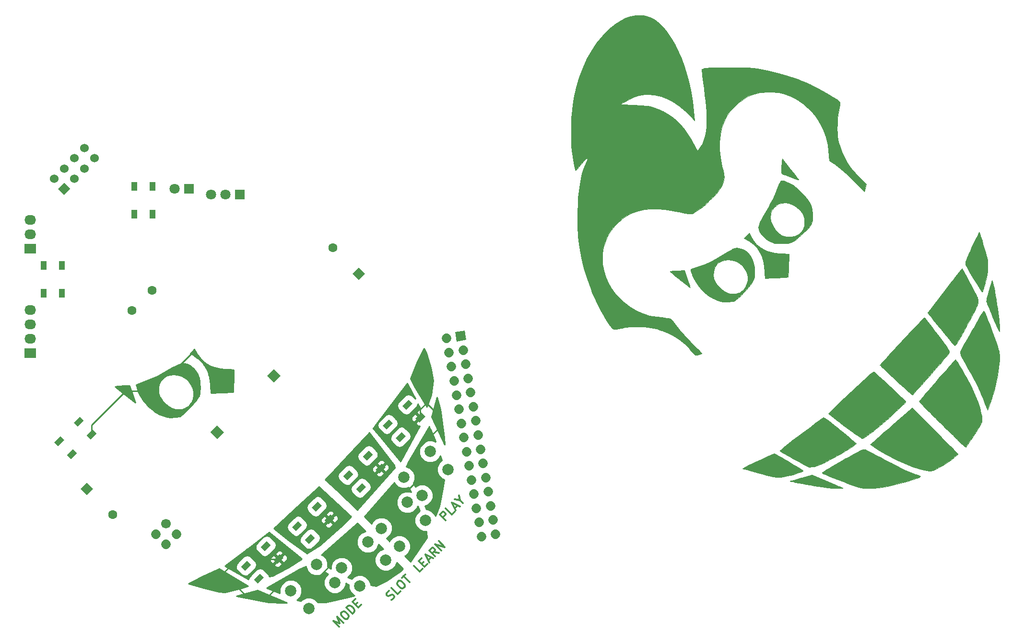
<source format=gtl>
G04 #@! TF.FileFunction,Copper,L1,Top,Signal*
%FSLAX46Y46*%
G04 Gerber Fmt 4.6, Leading zero omitted, Abs format (unit mm)*
G04 Created by KiCad (PCBNEW 4.0.7) date 06/12/18 01:33:59*
%MOMM*%
%LPD*%
G01*
G04 APERTURE LIST*
%ADD10C,0.100000*%
%ADD11C,0.300000*%
%ADD12C,0.010000*%
%ADD13C,1.600000*%
%ADD14R,1.000000X1.500000*%
%ADD15R,1.800000X1.800000*%
%ADD16C,1.800000*%
%ADD17C,1.700000*%
%ADD18R,2.032000X1.727200*%
%ADD19O,2.032000X1.727200*%
%ADD20C,2.000000*%
%ADD21C,1.524000*%
%ADD22C,1.700000*%
%ADD23C,0.250000*%
%ADD24C,0.254000*%
G04 APERTURE END LIST*
D10*
D11*
X78363578Y-71596066D02*
X77302918Y-70535406D01*
X77706979Y-70131345D01*
X77858503Y-70080837D01*
X77959518Y-70080838D01*
X78111041Y-70131345D01*
X78262563Y-70282868D01*
X78313071Y-70434391D01*
X78313071Y-70535406D01*
X78262563Y-70686930D01*
X77858503Y-71090990D01*
X79929315Y-70030329D02*
X79424238Y-70535406D01*
X78363578Y-69474746D01*
X79929315Y-69424238D02*
X80434391Y-68919162D01*
X80131345Y-69828299D02*
X79424238Y-68414086D01*
X80838452Y-69121192D01*
X80888960Y-68060533D02*
X81394036Y-68565609D01*
X79979822Y-67858502D02*
X80888960Y-68060533D01*
X80686929Y-67151395D01*
X74287817Y-80171828D02*
X73782740Y-80676904D01*
X72722080Y-79616244D01*
X74085786Y-79262690D02*
X74439340Y-78909137D01*
X75146447Y-79313198D02*
X74641370Y-79818274D01*
X73580710Y-78757614D01*
X74085786Y-78252538D01*
X75247462Y-78606092D02*
X75752538Y-78101015D01*
X75449492Y-79010152D02*
X74742385Y-77595939D01*
X76156599Y-78303045D01*
X77116244Y-77343400D02*
X76257615Y-77191878D01*
X76510152Y-77949492D02*
X75449492Y-76888832D01*
X75853553Y-76484771D01*
X76005076Y-76434263D01*
X76106092Y-76434264D01*
X76257615Y-76484771D01*
X76409137Y-76636294D01*
X76459645Y-76787817D01*
X76459645Y-76888832D01*
X76409137Y-77040356D01*
X76005076Y-77444416D01*
X77570812Y-76888832D02*
X76510152Y-75828172D01*
X78176904Y-76282740D01*
X77116244Y-75222080D01*
X68737310Y-85621320D02*
X68939340Y-85520304D01*
X69191878Y-85267766D01*
X69242386Y-85116244D01*
X69242386Y-85015228D01*
X69191878Y-84863706D01*
X69090863Y-84762690D01*
X68939341Y-84712183D01*
X68838325Y-84712183D01*
X68686802Y-84762690D01*
X68434264Y-84914213D01*
X68282741Y-84964721D01*
X68181726Y-84964721D01*
X68030203Y-84914214D01*
X67929188Y-84813198D01*
X67878680Y-84661675D01*
X67878680Y-84560660D01*
X67929188Y-84409136D01*
X68181725Y-84156599D01*
X68383756Y-84055584D01*
X70353553Y-84106091D02*
X69848477Y-84611167D01*
X68787817Y-83550507D01*
X69848477Y-82489847D02*
X70050507Y-82287817D01*
X70202031Y-82237309D01*
X70404061Y-82237309D01*
X70656599Y-82388832D01*
X71010152Y-82742385D01*
X71161676Y-82994924D01*
X71161676Y-83196954D01*
X71111167Y-83348477D01*
X70909137Y-83550507D01*
X70757615Y-83601015D01*
X70555584Y-83601015D01*
X70303045Y-83449492D01*
X69949492Y-83095939D01*
X69797970Y-82843400D01*
X69797970Y-82641370D01*
X69848477Y-82489847D01*
X70606092Y-81732232D02*
X71212183Y-81126141D01*
X71969798Y-82489846D02*
X70909138Y-81429186D01*
X59560532Y-90399112D02*
X58499872Y-89338452D01*
X59611040Y-89742513D01*
X59206979Y-88631345D01*
X60267639Y-89692005D01*
X59914086Y-87924238D02*
X60116116Y-87722208D01*
X60267640Y-87671700D01*
X60469670Y-87671700D01*
X60722207Y-87823223D01*
X61075761Y-88176777D01*
X61227285Y-88429315D01*
X61227285Y-88631345D01*
X61176776Y-88782868D01*
X60974746Y-88984899D01*
X60823223Y-89035407D01*
X60621193Y-89035407D01*
X60368654Y-88883883D01*
X60015101Y-88530330D01*
X59863578Y-88277792D01*
X59863578Y-88075762D01*
X59914086Y-87924238D01*
X61883883Y-88075761D02*
X60823223Y-87015101D01*
X61075762Y-86762562D01*
X61277792Y-86661548D01*
X61479823Y-86661547D01*
X61631345Y-86712055D01*
X61883884Y-86863578D01*
X62035407Y-87015101D01*
X62186930Y-87267640D01*
X62237438Y-87419162D01*
X62237437Y-87621193D01*
X62136422Y-87823223D01*
X61883883Y-88075761D01*
X62388960Y-86459517D02*
X62742513Y-86105964D01*
X63449620Y-86510024D02*
X62944544Y-87015101D01*
X61883883Y-85954440D01*
X62388960Y-85449364D01*
D12*
G36*
X145603391Y-64628006D02*
X146229765Y-64890428D01*
X146814078Y-65136826D01*
X147335813Y-65358425D01*
X147774454Y-65546449D01*
X148109483Y-65692124D01*
X148320383Y-65786675D01*
X148377334Y-65814408D01*
X148458955Y-65865889D01*
X148464294Y-65899993D01*
X148372223Y-65919954D01*
X148161614Y-65929012D01*
X147811339Y-65930403D01*
X147626000Y-65929530D01*
X147100990Y-65915296D01*
X146509505Y-65881925D01*
X145946193Y-65835345D01*
X145708773Y-65809452D01*
X145297039Y-65754195D01*
X144762134Y-65674347D01*
X144133635Y-65575028D01*
X143441117Y-65461360D01*
X142714154Y-65338462D01*
X141982322Y-65211457D01*
X141275197Y-65085465D01*
X140622353Y-64965608D01*
X140053366Y-64857005D01*
X139597811Y-64764779D01*
X139328667Y-64704730D01*
X139117000Y-64653759D01*
X139307114Y-64581084D01*
X139443138Y-64538354D01*
X139715913Y-64459996D01*
X140098437Y-64353499D01*
X140563709Y-64226351D01*
X141084729Y-64086043D01*
X141274505Y-64035413D01*
X143051781Y-63562416D01*
X145603391Y-64628006D01*
X145603391Y-64628006D01*
G37*
X145603391Y-64628006D02*
X146229765Y-64890428D01*
X146814078Y-65136826D01*
X147335813Y-65358425D01*
X147774454Y-65546449D01*
X148109483Y-65692124D01*
X148320383Y-65786675D01*
X148377334Y-65814408D01*
X148458955Y-65865889D01*
X148464294Y-65899993D01*
X148372223Y-65919954D01*
X148161614Y-65929012D01*
X147811339Y-65930403D01*
X147626000Y-65929530D01*
X147100990Y-65915296D01*
X146509505Y-65881925D01*
X145946193Y-65835345D01*
X145708773Y-65809452D01*
X145297039Y-65754195D01*
X144762134Y-65674347D01*
X144133635Y-65575028D01*
X143441117Y-65461360D01*
X142714154Y-65338462D01*
X141982322Y-65211457D01*
X141275197Y-65085465D01*
X140622353Y-64965608D01*
X140053366Y-64857005D01*
X139597811Y-64764779D01*
X139328667Y-64704730D01*
X139117000Y-64653759D01*
X139307114Y-64581084D01*
X139443138Y-64538354D01*
X139715913Y-64459996D01*
X140098437Y-64353499D01*
X140563709Y-64226351D01*
X141084729Y-64086043D01*
X141274505Y-64035413D01*
X143051781Y-63562416D01*
X145603391Y-64628006D01*
G36*
X152386183Y-59082366D02*
X152593122Y-59157908D01*
X152840929Y-59277410D01*
X153033933Y-59374942D01*
X153352563Y-59537876D01*
X153783305Y-59762320D01*
X154289482Y-60028938D01*
X154834418Y-60318396D01*
X155381435Y-60611356D01*
X155486805Y-60668098D01*
X156239314Y-61069405D01*
X156990812Y-61462131D01*
X157721271Y-61836387D01*
X158410667Y-62182286D01*
X159038974Y-62489939D01*
X159586164Y-62749460D01*
X160032212Y-62950960D01*
X160357093Y-63084552D01*
X160441384Y-63114398D01*
X160890525Y-63267899D01*
X161314209Y-63423238D01*
X161683869Y-63568820D01*
X161970939Y-63693047D01*
X162146851Y-63784321D01*
X162188667Y-63823741D01*
X162108909Y-63899858D01*
X161879261Y-64011581D01*
X161514162Y-64153653D01*
X161028051Y-64320818D01*
X160435366Y-64507820D01*
X159775667Y-64702228D01*
X158334777Y-65095629D01*
X157031857Y-65411410D01*
X155855216Y-65651169D01*
X154793165Y-65816508D01*
X153834013Y-65909028D01*
X152966072Y-65930327D01*
X152177651Y-65882008D01*
X151681758Y-65810342D01*
X151335715Y-65736627D01*
X150936945Y-65629484D01*
X150470331Y-65483537D01*
X149920757Y-65293409D01*
X149273107Y-65053726D01*
X148512264Y-64759110D01*
X147623113Y-64404187D01*
X146890101Y-64106284D01*
X146237234Y-63838247D01*
X145726616Y-63625222D01*
X145343109Y-63459757D01*
X145071571Y-63334396D01*
X144896864Y-63241687D01*
X144803846Y-63174175D01*
X144777377Y-63124407D01*
X144802318Y-63084928D01*
X144807475Y-63080948D01*
X144948996Y-62988667D01*
X145217160Y-62825191D01*
X145591135Y-62602534D01*
X146050087Y-62332710D01*
X146573181Y-62027735D01*
X147139584Y-61699623D01*
X147728461Y-61360388D01*
X148318978Y-61022045D01*
X148890302Y-60696608D01*
X149421599Y-60396092D01*
X149892034Y-60132512D01*
X150280773Y-59917881D01*
X150469051Y-59816039D01*
X151005931Y-59528909D01*
X151419350Y-59313999D01*
X151736696Y-59166601D01*
X151985359Y-59082002D01*
X152192725Y-59055494D01*
X152386183Y-59082366D01*
X152386183Y-59082366D01*
G37*
X152386183Y-59082366D02*
X152593122Y-59157908D01*
X152840929Y-59277410D01*
X153033933Y-59374942D01*
X153352563Y-59537876D01*
X153783305Y-59762320D01*
X154289482Y-60028938D01*
X154834418Y-60318396D01*
X155381435Y-60611356D01*
X155486805Y-60668098D01*
X156239314Y-61069405D01*
X156990812Y-61462131D01*
X157721271Y-61836387D01*
X158410667Y-62182286D01*
X159038974Y-62489939D01*
X159586164Y-62749460D01*
X160032212Y-62950960D01*
X160357093Y-63084552D01*
X160441384Y-63114398D01*
X160890525Y-63267899D01*
X161314209Y-63423238D01*
X161683869Y-63568820D01*
X161970939Y-63693047D01*
X162146851Y-63784321D01*
X162188667Y-63823741D01*
X162108909Y-63899858D01*
X161879261Y-64011581D01*
X161514162Y-64153653D01*
X161028051Y-64320818D01*
X160435366Y-64507820D01*
X159775667Y-64702228D01*
X158334777Y-65095629D01*
X157031857Y-65411410D01*
X155855216Y-65651169D01*
X154793165Y-65816508D01*
X153834013Y-65909028D01*
X152966072Y-65930327D01*
X152177651Y-65882008D01*
X151681758Y-65810342D01*
X151335715Y-65736627D01*
X150936945Y-65629484D01*
X150470331Y-65483537D01*
X149920757Y-65293409D01*
X149273107Y-65053726D01*
X148512264Y-64759110D01*
X147623113Y-64404187D01*
X146890101Y-64106284D01*
X146237234Y-63838247D01*
X145726616Y-63625222D01*
X145343109Y-63459757D01*
X145071571Y-63334396D01*
X144896864Y-63241687D01*
X144803846Y-63174175D01*
X144777377Y-63124407D01*
X144802318Y-63084928D01*
X144807475Y-63080948D01*
X144948996Y-62988667D01*
X145217160Y-62825191D01*
X145591135Y-62602534D01*
X146050087Y-62332710D01*
X146573181Y-62027735D01*
X147139584Y-61699623D01*
X147728461Y-61360388D01*
X148318978Y-61022045D01*
X148890302Y-60696608D01*
X149421599Y-60396092D01*
X149892034Y-60132512D01*
X150280773Y-59917881D01*
X150469051Y-59816039D01*
X151005931Y-59528909D01*
X151419350Y-59313999D01*
X151736696Y-59166601D01*
X151985359Y-59082002D01*
X152192725Y-59055494D01*
X152386183Y-59082366D01*
G36*
X136404449Y-59802874D02*
X136634376Y-59919485D01*
X136965064Y-60099149D01*
X137376195Y-60329851D01*
X137847453Y-60599574D01*
X138358522Y-60896301D01*
X138889083Y-61208017D01*
X139418821Y-61522704D01*
X139927419Y-61828346D01*
X140394559Y-62112927D01*
X140799926Y-62364431D01*
X141123202Y-62570840D01*
X141344071Y-62720139D01*
X141442216Y-62800311D01*
X141445333Y-62807161D01*
X141433809Y-62847682D01*
X141381965Y-62890238D01*
X141263899Y-62945981D01*
X141053706Y-63026063D01*
X140725481Y-63141636D01*
X140440648Y-63239674D01*
X139875978Y-63415119D01*
X139238215Y-63583551D01*
X138580537Y-63733210D01*
X137956126Y-63852336D01*
X137418163Y-63929167D01*
X137254333Y-63944324D01*
X136776989Y-63949094D01*
X136270398Y-63906455D01*
X136069000Y-63874106D01*
X135840784Y-63822884D01*
X135477561Y-63732583D01*
X135007114Y-63610742D01*
X134457225Y-63464905D01*
X133855677Y-63302612D01*
X133230250Y-63131406D01*
X132608729Y-62958828D01*
X132018894Y-62792420D01*
X131488528Y-62639723D01*
X131116000Y-62529584D01*
X130735000Y-62415061D01*
X131962667Y-61796682D01*
X132484956Y-61536186D01*
X133044436Y-61261640D01*
X133619771Y-60983065D01*
X134189630Y-60710482D01*
X134732677Y-60453913D01*
X135227579Y-60223380D01*
X135653002Y-60028903D01*
X135987612Y-59880503D01*
X136210076Y-59788203D01*
X136295599Y-59761333D01*
X136404449Y-59802874D01*
X136404449Y-59802874D01*
G37*
X136404449Y-59802874D02*
X136634376Y-59919485D01*
X136965064Y-60099149D01*
X137376195Y-60329851D01*
X137847453Y-60599574D01*
X138358522Y-60896301D01*
X138889083Y-61208017D01*
X139418821Y-61522704D01*
X139927419Y-61828346D01*
X140394559Y-62112927D01*
X140799926Y-62364431D01*
X141123202Y-62570840D01*
X141344071Y-62720139D01*
X141442216Y-62800311D01*
X141445333Y-62807161D01*
X141433809Y-62847682D01*
X141381965Y-62890238D01*
X141263899Y-62945981D01*
X141053706Y-63026063D01*
X140725481Y-63141636D01*
X140440648Y-63239674D01*
X139875978Y-63415119D01*
X139238215Y-63583551D01*
X138580537Y-63733210D01*
X137956126Y-63852336D01*
X137418163Y-63929167D01*
X137254333Y-63944324D01*
X136776989Y-63949094D01*
X136270398Y-63906455D01*
X136069000Y-63874106D01*
X135840784Y-63822884D01*
X135477561Y-63732583D01*
X135007114Y-63610742D01*
X134457225Y-63464905D01*
X133855677Y-63302612D01*
X133230250Y-63131406D01*
X132608729Y-62958828D01*
X132018894Y-62792420D01*
X131488528Y-62639723D01*
X131116000Y-62529584D01*
X130735000Y-62415061D01*
X131962667Y-61796682D01*
X132484956Y-61536186D01*
X133044436Y-61261640D01*
X133619771Y-60983065D01*
X134189630Y-60710482D01*
X134732677Y-60453913D01*
X135227579Y-60223380D01*
X135653002Y-60028903D01*
X135987612Y-59880503D01*
X136210076Y-59788203D01*
X136295599Y-59761333D01*
X136404449Y-59802874D01*
G36*
X164747816Y-55758813D02*
X165432013Y-56443583D01*
X166079671Y-57093116D01*
X166681035Y-57697540D01*
X167226349Y-58246988D01*
X167705857Y-58731590D01*
X168109802Y-59141477D01*
X168428430Y-59466780D01*
X168651984Y-59697630D01*
X168770708Y-59824158D01*
X168787793Y-59845669D01*
X168725377Y-59916049D01*
X168563128Y-60066892D01*
X168331396Y-60270367D01*
X168233438Y-60354000D01*
X167684965Y-60789035D01*
X167036710Y-61255725D01*
X166343797Y-61717323D01*
X165661348Y-62137083D01*
X165054491Y-62473129D01*
X164631623Y-62680081D01*
X164288404Y-62812191D01*
X163974982Y-62874955D01*
X163641503Y-62873870D01*
X163238116Y-62814430D01*
X162800678Y-62721599D01*
X161808805Y-62455622D01*
X160718937Y-62087595D01*
X159558002Y-61629783D01*
X158352927Y-61094450D01*
X157130643Y-60493861D01*
X155918076Y-59840280D01*
X154742156Y-59145972D01*
X154208833Y-58808445D01*
X153866710Y-58581876D01*
X153583292Y-58384697D01*
X153385464Y-58236317D01*
X153300111Y-58156143D01*
X153298667Y-58151395D01*
X153361090Y-58085350D01*
X153540795Y-57919147D01*
X153826432Y-57662757D01*
X154206652Y-57326148D01*
X154670106Y-56919291D01*
X155205445Y-56452155D01*
X155801320Y-55934709D01*
X156446381Y-55376924D01*
X157000816Y-54899234D01*
X160702965Y-51714620D01*
X164747816Y-55758813D01*
X164747816Y-55758813D01*
G37*
X164747816Y-55758813D02*
X165432013Y-56443583D01*
X166079671Y-57093116D01*
X166681035Y-57697540D01*
X167226349Y-58246988D01*
X167705857Y-58731590D01*
X168109802Y-59141477D01*
X168428430Y-59466780D01*
X168651984Y-59697630D01*
X168770708Y-59824158D01*
X168787793Y-59845669D01*
X168725377Y-59916049D01*
X168563128Y-60066892D01*
X168331396Y-60270367D01*
X168233438Y-60354000D01*
X167684965Y-60789035D01*
X167036710Y-61255725D01*
X166343797Y-61717323D01*
X165661348Y-62137083D01*
X165054491Y-62473129D01*
X164631623Y-62680081D01*
X164288404Y-62812191D01*
X163974982Y-62874955D01*
X163641503Y-62873870D01*
X163238116Y-62814430D01*
X162800678Y-62721599D01*
X161808805Y-62455622D01*
X160718937Y-62087595D01*
X159558002Y-61629783D01*
X158352927Y-61094450D01*
X157130643Y-60493861D01*
X155918076Y-59840280D01*
X154742156Y-59145972D01*
X154208833Y-58808445D01*
X153866710Y-58581876D01*
X153583292Y-58384697D01*
X153385464Y-58236317D01*
X153300111Y-58156143D01*
X153298667Y-58151395D01*
X153361090Y-58085350D01*
X153540795Y-57919147D01*
X153826432Y-57662757D01*
X154206652Y-57326148D01*
X154670106Y-56919291D01*
X155205445Y-56452155D01*
X155801320Y-55934709D01*
X156446381Y-55376924D01*
X157000816Y-54899234D01*
X160702965Y-51714620D01*
X164747816Y-55758813D01*
G36*
X145082273Y-53397982D02*
X145177294Y-53434605D01*
X145312786Y-53512833D01*
X145500893Y-53641533D01*
X145753762Y-53829575D01*
X146083538Y-54085826D01*
X146502366Y-54419157D01*
X147022393Y-54838434D01*
X147655764Y-55352529D01*
X147970724Y-55608807D01*
X148567824Y-56096004D01*
X149123248Y-56551366D01*
X149623401Y-56963589D01*
X150054690Y-57321367D01*
X150403520Y-57613397D01*
X150656298Y-57828375D01*
X150799430Y-57954997D01*
X150827110Y-57984068D01*
X150772822Y-58070379D01*
X150585788Y-58225996D01*
X150282861Y-58440896D01*
X149880896Y-58705051D01*
X149396744Y-59008437D01*
X148847262Y-59341027D01*
X148249300Y-59692797D01*
X147619714Y-60053721D01*
X146975358Y-60413773D01*
X146333083Y-60762928D01*
X145709745Y-61091160D01*
X145122197Y-61388444D01*
X145018571Y-61439345D01*
X144527246Y-61676711D01*
X144153464Y-61848213D01*
X143864209Y-61965485D01*
X143626465Y-62040163D01*
X143407217Y-62083879D01*
X143173449Y-62108270D01*
X143107486Y-62112801D01*
X142494064Y-62152168D01*
X141342577Y-61554968D01*
X140933468Y-61340065D01*
X140465273Y-61089629D01*
X139961003Y-60816441D01*
X139443668Y-60533279D01*
X138936278Y-60252923D01*
X138461845Y-59988151D01*
X138043376Y-59751742D01*
X137703884Y-59556475D01*
X137466377Y-59415129D01*
X137353867Y-59340483D01*
X137351908Y-59338705D01*
X137380223Y-59258761D01*
X137516370Y-59101915D01*
X137734903Y-58895718D01*
X137859908Y-58788701D01*
X138029715Y-58652651D01*
X138311942Y-58432563D01*
X138690311Y-58140750D01*
X139148548Y-57789525D01*
X139670376Y-57391199D01*
X140239518Y-56958084D01*
X140839697Y-56502493D01*
X141454639Y-56036737D01*
X142068066Y-55573129D01*
X142663701Y-55123981D01*
X143225270Y-54701604D01*
X143736495Y-54318312D01*
X144181100Y-53986415D01*
X144542809Y-53718226D01*
X144805346Y-53526058D01*
X144952434Y-53422221D01*
X144965058Y-53414070D01*
X145015576Y-53394093D01*
X145082273Y-53397982D01*
X145082273Y-53397982D01*
G37*
X145082273Y-53397982D02*
X145177294Y-53434605D01*
X145312786Y-53512833D01*
X145500893Y-53641533D01*
X145753762Y-53829575D01*
X146083538Y-54085826D01*
X146502366Y-54419157D01*
X147022393Y-54838434D01*
X147655764Y-55352529D01*
X147970724Y-55608807D01*
X148567824Y-56096004D01*
X149123248Y-56551366D01*
X149623401Y-56963589D01*
X150054690Y-57321367D01*
X150403520Y-57613397D01*
X150656298Y-57828375D01*
X150799430Y-57954997D01*
X150827110Y-57984068D01*
X150772822Y-58070379D01*
X150585788Y-58225996D01*
X150282861Y-58440896D01*
X149880896Y-58705051D01*
X149396744Y-59008437D01*
X148847262Y-59341027D01*
X148249300Y-59692797D01*
X147619714Y-60053721D01*
X146975358Y-60413773D01*
X146333083Y-60762928D01*
X145709745Y-61091160D01*
X145122197Y-61388444D01*
X145018571Y-61439345D01*
X144527246Y-61676711D01*
X144153464Y-61848213D01*
X143864209Y-61965485D01*
X143626465Y-62040163D01*
X143407217Y-62083879D01*
X143173449Y-62108270D01*
X143107486Y-62112801D01*
X142494064Y-62152168D01*
X141342577Y-61554968D01*
X140933468Y-61340065D01*
X140465273Y-61089629D01*
X139961003Y-60816441D01*
X139443668Y-60533279D01*
X138936278Y-60252923D01*
X138461845Y-59988151D01*
X138043376Y-59751742D01*
X137703884Y-59556475D01*
X137466377Y-59415129D01*
X137353867Y-59340483D01*
X137351908Y-59338705D01*
X137380223Y-59258761D01*
X137516370Y-59101915D01*
X137734903Y-58895718D01*
X137859908Y-58788701D01*
X138029715Y-58652651D01*
X138311942Y-58432563D01*
X138690311Y-58140750D01*
X139148548Y-57789525D01*
X139670376Y-57391199D01*
X140239518Y-56958084D01*
X140839697Y-56502493D01*
X141454639Y-56036737D01*
X142068066Y-55573129D01*
X142663701Y-55123981D01*
X143225270Y-54701604D01*
X143736495Y-54318312D01*
X144181100Y-53986415D01*
X144542809Y-53718226D01*
X144805346Y-53526058D01*
X144952434Y-53422221D01*
X144965058Y-53414070D01*
X145015576Y-53394093D01*
X145082273Y-53397982D01*
G36*
X168510719Y-43370090D02*
X168653433Y-43563091D01*
X168861173Y-43880607D01*
X169119294Y-44297732D01*
X169413152Y-44789560D01*
X169728103Y-45331185D01*
X170049501Y-45897702D01*
X170362704Y-46464204D01*
X170653065Y-47005787D01*
X170691121Y-47078320D01*
X171306452Y-48314887D01*
X171837571Y-49507567D01*
X172277281Y-50637487D01*
X172618389Y-51685775D01*
X172853701Y-52633558D01*
X172897466Y-52865781D01*
X172961428Y-53228822D01*
X173007450Y-53526274D01*
X173027711Y-53780437D01*
X173014392Y-54013613D01*
X172959670Y-54248103D01*
X172855725Y-54506208D01*
X172694736Y-54810230D01*
X172468882Y-55182468D01*
X172170343Y-55645226D01*
X171791297Y-56220804D01*
X171640896Y-56448889D01*
X171287740Y-56982087D01*
X170961283Y-57469550D01*
X170673933Y-57893176D01*
X170438100Y-58234863D01*
X170266194Y-58476507D01*
X170170622Y-58600007D01*
X170158513Y-58611423D01*
X170068055Y-58572970D01*
X169871779Y-58422843D01*
X169581392Y-58171279D01*
X169208600Y-57828512D01*
X168765110Y-57404779D01*
X168647509Y-57290273D01*
X168241350Y-56893926D01*
X167872276Y-56534692D01*
X167558639Y-56230362D01*
X167318791Y-55998722D01*
X167171085Y-55857560D01*
X167135077Y-55824333D01*
X167055688Y-55748455D01*
X166868943Y-55566027D01*
X166587718Y-55289740D01*
X166224888Y-54932288D01*
X165793326Y-54506360D01*
X165305908Y-54024649D01*
X164775509Y-53499847D01*
X164439968Y-53167554D01*
X163808611Y-52541081D01*
X163288597Y-52022197D01*
X162870118Y-51600187D01*
X162543367Y-51264336D01*
X162298535Y-51003928D01*
X162125814Y-50808248D01*
X162015397Y-50666580D01*
X161957476Y-50568208D01*
X161942242Y-50502417D01*
X161959888Y-50458491D01*
X161960117Y-50458221D01*
X162293235Y-50067653D01*
X162711816Y-49579439D01*
X163196269Y-49016222D01*
X163727000Y-48400645D01*
X164284415Y-47755351D01*
X164848923Y-47102981D01*
X165400929Y-46466180D01*
X165920841Y-45867590D01*
X166389066Y-45329853D01*
X166786010Y-44875613D01*
X167089225Y-44530744D01*
X168315518Y-43143155D01*
X168510719Y-43370090D01*
X168510719Y-43370090D01*
G37*
X168510719Y-43370090D02*
X168653433Y-43563091D01*
X168861173Y-43880607D01*
X169119294Y-44297732D01*
X169413152Y-44789560D01*
X169728103Y-45331185D01*
X170049501Y-45897702D01*
X170362704Y-46464204D01*
X170653065Y-47005787D01*
X170691121Y-47078320D01*
X171306452Y-48314887D01*
X171837571Y-49507567D01*
X172277281Y-50637487D01*
X172618389Y-51685775D01*
X172853701Y-52633558D01*
X172897466Y-52865781D01*
X172961428Y-53228822D01*
X173007450Y-53526274D01*
X173027711Y-53780437D01*
X173014392Y-54013613D01*
X172959670Y-54248103D01*
X172855725Y-54506208D01*
X172694736Y-54810230D01*
X172468882Y-55182468D01*
X172170343Y-55645226D01*
X171791297Y-56220804D01*
X171640896Y-56448889D01*
X171287740Y-56982087D01*
X170961283Y-57469550D01*
X170673933Y-57893176D01*
X170438100Y-58234863D01*
X170266194Y-58476507D01*
X170170622Y-58600007D01*
X170158513Y-58611423D01*
X170068055Y-58572970D01*
X169871779Y-58422843D01*
X169581392Y-58171279D01*
X169208600Y-57828512D01*
X168765110Y-57404779D01*
X168647509Y-57290273D01*
X168241350Y-56893926D01*
X167872276Y-56534692D01*
X167558639Y-56230362D01*
X167318791Y-55998722D01*
X167171085Y-55857560D01*
X167135077Y-55824333D01*
X167055688Y-55748455D01*
X166868943Y-55566027D01*
X166587718Y-55289740D01*
X166224888Y-54932288D01*
X165793326Y-54506360D01*
X165305908Y-54024649D01*
X164775509Y-53499847D01*
X164439968Y-53167554D01*
X163808611Y-52541081D01*
X163288597Y-52022197D01*
X162870118Y-51600187D01*
X162543367Y-51264336D01*
X162298535Y-51003928D01*
X162125814Y-50808248D01*
X162015397Y-50666580D01*
X161957476Y-50568208D01*
X161942242Y-50502417D01*
X161959888Y-50458491D01*
X161960117Y-50458221D01*
X162293235Y-50067653D01*
X162711816Y-49579439D01*
X163196269Y-49016222D01*
X163727000Y-48400645D01*
X164284415Y-47755351D01*
X164848923Y-47102981D01*
X165400929Y-46466180D01*
X165920841Y-45867590D01*
X166389066Y-45329853D01*
X166786010Y-44875613D01*
X167089225Y-44530744D01*
X168315518Y-43143155D01*
X168510719Y-43370090D01*
G36*
X153945572Y-45327332D02*
X154091625Y-45436695D01*
X154170730Y-45508721D01*
X154329588Y-45654154D01*
X154584146Y-45885606D01*
X154904291Y-46175764D01*
X155259908Y-46497312D01*
X155415333Y-46637617D01*
X156041251Y-47205230D01*
X156653809Y-47766149D01*
X157240427Y-48308428D01*
X157788525Y-48820122D01*
X158285523Y-49289283D01*
X158718841Y-49703966D01*
X159075900Y-50052225D01*
X159344120Y-50322114D01*
X159510920Y-50501687D01*
X159564000Y-50577269D01*
X159502115Y-50685982D01*
X159326367Y-50890965D01*
X159051619Y-51178472D01*
X158692734Y-51534755D01*
X158264573Y-51946070D01*
X157781998Y-52398667D01*
X157259872Y-52878802D01*
X156713057Y-53372727D01*
X156156415Y-53866695D01*
X155604809Y-54346960D01*
X155073100Y-54799776D01*
X154576151Y-55211394D01*
X154399333Y-55354294D01*
X154007857Y-55661360D01*
X153589367Y-55978026D01*
X153167912Y-56287363D01*
X152767541Y-56572443D01*
X152412302Y-56816339D01*
X152126245Y-57002120D01*
X151933419Y-57112860D01*
X151867256Y-57136667D01*
X151774808Y-57091176D01*
X151575405Y-56968028D01*
X151300441Y-56787212D01*
X151047304Y-56614570D01*
X150655168Y-56337763D01*
X150173931Y-55989525D01*
X149627646Y-55588023D01*
X149040368Y-55151430D01*
X148436151Y-54697914D01*
X147839050Y-54245645D01*
X147273117Y-53812794D01*
X146762409Y-53417531D01*
X146330979Y-53078025D01*
X146002880Y-52812446D01*
X145905347Y-52730458D01*
X145950766Y-52662476D01*
X146108293Y-52491820D01*
X146365322Y-52230353D01*
X146709243Y-51889943D01*
X147127450Y-51482454D01*
X147607335Y-51019752D01*
X148136289Y-50513702D01*
X148701705Y-49976171D01*
X149290976Y-49419023D01*
X149891493Y-48854125D01*
X150490648Y-48293342D01*
X151075835Y-47748539D01*
X151634444Y-47231582D01*
X152153869Y-46754337D01*
X152621502Y-46328669D01*
X153024734Y-45966443D01*
X153350958Y-45679526D01*
X153587567Y-45479782D01*
X153705063Y-45389909D01*
X153836560Y-45316800D01*
X153945572Y-45327332D01*
X153945572Y-45327332D01*
G37*
X153945572Y-45327332D02*
X154091625Y-45436695D01*
X154170730Y-45508721D01*
X154329588Y-45654154D01*
X154584146Y-45885606D01*
X154904291Y-46175764D01*
X155259908Y-46497312D01*
X155415333Y-46637617D01*
X156041251Y-47205230D01*
X156653809Y-47766149D01*
X157240427Y-48308428D01*
X157788525Y-48820122D01*
X158285523Y-49289283D01*
X158718841Y-49703966D01*
X159075900Y-50052225D01*
X159344120Y-50322114D01*
X159510920Y-50501687D01*
X159564000Y-50577269D01*
X159502115Y-50685982D01*
X159326367Y-50890965D01*
X159051619Y-51178472D01*
X158692734Y-51534755D01*
X158264573Y-51946070D01*
X157781998Y-52398667D01*
X157259872Y-52878802D01*
X156713057Y-53372727D01*
X156156415Y-53866695D01*
X155604809Y-54346960D01*
X155073100Y-54799776D01*
X154576151Y-55211394D01*
X154399333Y-55354294D01*
X154007857Y-55661360D01*
X153589367Y-55978026D01*
X153167912Y-56287363D01*
X152767541Y-56572443D01*
X152412302Y-56816339D01*
X152126245Y-57002120D01*
X151933419Y-57112860D01*
X151867256Y-57136667D01*
X151774808Y-57091176D01*
X151575405Y-56968028D01*
X151300441Y-56787212D01*
X151047304Y-56614570D01*
X150655168Y-56337763D01*
X150173931Y-55989525D01*
X149627646Y-55588023D01*
X149040368Y-55151430D01*
X148436151Y-54697914D01*
X147839050Y-54245645D01*
X147273117Y-53812794D01*
X146762409Y-53417531D01*
X146330979Y-53078025D01*
X146002880Y-52812446D01*
X145905347Y-52730458D01*
X145950766Y-52662476D01*
X146108293Y-52491820D01*
X146365322Y-52230353D01*
X146709243Y-51889943D01*
X147127450Y-51482454D01*
X147607335Y-51019752D01*
X148136289Y-50513702D01*
X148701705Y-49976171D01*
X149290976Y-49419023D01*
X149891493Y-48854125D01*
X150490648Y-48293342D01*
X151075835Y-47748539D01*
X151634444Y-47231582D01*
X152153869Y-46754337D01*
X152621502Y-46328669D01*
X153024734Y-45966443D01*
X153350958Y-45679526D01*
X153587567Y-45479782D01*
X153705063Y-45389909D01*
X153836560Y-45316800D01*
X153945572Y-45327332D01*
G36*
X173412292Y-34664600D02*
X173517073Y-34852120D01*
X173654726Y-35152644D01*
X173830256Y-35577291D01*
X174048669Y-36137182D01*
X174314970Y-36843435D01*
X174393936Y-37055819D01*
X174770991Y-38075318D01*
X175091835Y-38951695D01*
X175360673Y-39700018D01*
X175581710Y-40335355D01*
X175759153Y-40872772D01*
X175897208Y-41327336D01*
X176000080Y-41714114D01*
X176071975Y-42048174D01*
X176117100Y-42344582D01*
X176139660Y-42618406D01*
X176143860Y-42884712D01*
X176133907Y-43158569D01*
X176127414Y-43265836D01*
X176078383Y-43795138D01*
X175995200Y-44447453D01*
X175884910Y-45181550D01*
X175754559Y-45956199D01*
X175611195Y-46730169D01*
X175461864Y-47462227D01*
X175313611Y-48111143D01*
X175268967Y-48289000D01*
X175097932Y-48912848D01*
X174894664Y-49590598D01*
X174674904Y-50274156D01*
X174454396Y-50915430D01*
X174248879Y-51466327D01*
X174148718Y-51711548D01*
X173988894Y-52086095D01*
X173764792Y-51542214D01*
X173654589Y-51272064D01*
X173498868Y-50886713D01*
X173314603Y-50428342D01*
X173118769Y-49939128D01*
X173017779Y-49686000D01*
X172708872Y-48935487D01*
X172387535Y-48208346D01*
X172038019Y-47472702D01*
X171644580Y-46696680D01*
X171191469Y-45848402D01*
X170662941Y-44895995D01*
X170570994Y-44733000D01*
X170179475Y-44038934D01*
X169864585Y-43475573D01*
X169618948Y-43026595D01*
X169435187Y-42675680D01*
X169305923Y-42406506D01*
X169223780Y-42202751D01*
X169181380Y-42048096D01*
X169171346Y-41926219D01*
X169186300Y-41820798D01*
X169213721Y-41730275D01*
X169281188Y-41582744D01*
X169422429Y-41309496D01*
X169626980Y-40928918D01*
X169884374Y-40459396D01*
X170184147Y-39919316D01*
X170515833Y-39327064D01*
X170868967Y-38701025D01*
X171233085Y-38059585D01*
X171597719Y-37421130D01*
X171952407Y-36804047D01*
X172286681Y-36226721D01*
X172590078Y-35707537D01*
X172852131Y-35264883D01*
X173062376Y-34917142D01*
X173210347Y-34682703D01*
X173281325Y-34584093D01*
X173335378Y-34578964D01*
X173412292Y-34664600D01*
X173412292Y-34664600D01*
G37*
X173412292Y-34664600D02*
X173517073Y-34852120D01*
X173654726Y-35152644D01*
X173830256Y-35577291D01*
X174048669Y-36137182D01*
X174314970Y-36843435D01*
X174393936Y-37055819D01*
X174770991Y-38075318D01*
X175091835Y-38951695D01*
X175360673Y-39700018D01*
X175581710Y-40335355D01*
X175759153Y-40872772D01*
X175897208Y-41327336D01*
X176000080Y-41714114D01*
X176071975Y-42048174D01*
X176117100Y-42344582D01*
X176139660Y-42618406D01*
X176143860Y-42884712D01*
X176133907Y-43158569D01*
X176127414Y-43265836D01*
X176078383Y-43795138D01*
X175995200Y-44447453D01*
X175884910Y-45181550D01*
X175754559Y-45956199D01*
X175611195Y-46730169D01*
X175461864Y-47462227D01*
X175313611Y-48111143D01*
X175268967Y-48289000D01*
X175097932Y-48912848D01*
X174894664Y-49590598D01*
X174674904Y-50274156D01*
X174454396Y-50915430D01*
X174248879Y-51466327D01*
X174148718Y-51711548D01*
X173988894Y-52086095D01*
X173764792Y-51542214D01*
X173654589Y-51272064D01*
X173498868Y-50886713D01*
X173314603Y-50428342D01*
X173118769Y-49939128D01*
X173017779Y-49686000D01*
X172708872Y-48935487D01*
X172387535Y-48208346D01*
X172038019Y-47472702D01*
X171644580Y-46696680D01*
X171191469Y-45848402D01*
X170662941Y-44895995D01*
X170570994Y-44733000D01*
X170179475Y-44038934D01*
X169864585Y-43475573D01*
X169618948Y-43026595D01*
X169435187Y-42675680D01*
X169305923Y-42406506D01*
X169223780Y-42202751D01*
X169181380Y-42048096D01*
X169171346Y-41926219D01*
X169186300Y-41820798D01*
X169213721Y-41730275D01*
X169281188Y-41582744D01*
X169422429Y-41309496D01*
X169626980Y-40928918D01*
X169884374Y-40459396D01*
X170184147Y-39919316D01*
X170515833Y-39327064D01*
X170868967Y-38701025D01*
X171233085Y-38059585D01*
X171597719Y-37421130D01*
X171952407Y-36804047D01*
X172286681Y-36226721D01*
X172590078Y-35707537D01*
X172852131Y-35264883D01*
X173062376Y-34917142D01*
X173210347Y-34682703D01*
X173281325Y-34584093D01*
X173335378Y-34578964D01*
X173412292Y-34664600D01*
G36*
X162842437Y-35762676D02*
X162970398Y-35881771D01*
X163164433Y-36099147D01*
X163430696Y-36422324D01*
X163775340Y-36858823D01*
X164204517Y-37416163D01*
X164724381Y-38101865D01*
X164872325Y-38298333D01*
X165465979Y-39090613D01*
X165961873Y-39759462D01*
X166366759Y-40314680D01*
X166687391Y-40766067D01*
X166930522Y-41123424D01*
X167102906Y-41396550D01*
X167211296Y-41595246D01*
X167262445Y-41729312D01*
X167268667Y-41775807D01*
X167259996Y-41845304D01*
X167227032Y-41931660D01*
X167159342Y-42048128D01*
X167046498Y-42207959D01*
X166878068Y-42424404D01*
X166643622Y-42710715D01*
X166332729Y-43080143D01*
X165934960Y-43545940D01*
X165439883Y-44121358D01*
X165240913Y-44352000D01*
X164886066Y-44761083D01*
X164481492Y-45223999D01*
X164041175Y-45725068D01*
X163579101Y-46248605D01*
X163109252Y-46778928D01*
X162645615Y-47300355D01*
X162202173Y-47797203D01*
X161792911Y-48253790D01*
X161431813Y-48654433D01*
X161132865Y-48983449D01*
X160910049Y-49225157D01*
X160777352Y-49363872D01*
X160747946Y-49390524D01*
X160660231Y-49354660D01*
X160472980Y-49223266D01*
X160211200Y-49015547D01*
X159899892Y-48750708D01*
X159799867Y-48662353D01*
X159515641Y-48405907D01*
X159159382Y-48079417D01*
X158746880Y-47697807D01*
X158293926Y-47276003D01*
X157816312Y-46828929D01*
X157329828Y-46371510D01*
X156850267Y-45918671D01*
X156393419Y-45485336D01*
X155975076Y-45086431D01*
X155611029Y-44736881D01*
X155317070Y-44451609D01*
X155108988Y-44245542D01*
X155002577Y-44133603D01*
X154992000Y-44118291D01*
X155048041Y-44044024D01*
X155208463Y-43858778D01*
X155461714Y-43574999D01*
X155796242Y-43205131D01*
X156200495Y-42761619D01*
X156662922Y-42256909D01*
X157171969Y-41703445D01*
X157716085Y-41113673D01*
X158283718Y-40500036D01*
X158863316Y-39874980D01*
X159443327Y-39250950D01*
X160012199Y-38640391D01*
X160558380Y-38055748D01*
X161070317Y-37509466D01*
X161536460Y-37013989D01*
X161945256Y-36581762D01*
X162285153Y-36225231D01*
X162544599Y-35956841D01*
X162712042Y-35789036D01*
X162774398Y-35734343D01*
X162842437Y-35762676D01*
X162842437Y-35762676D01*
G37*
X162842437Y-35762676D02*
X162970398Y-35881771D01*
X163164433Y-36099147D01*
X163430696Y-36422324D01*
X163775340Y-36858823D01*
X164204517Y-37416163D01*
X164724381Y-38101865D01*
X164872325Y-38298333D01*
X165465979Y-39090613D01*
X165961873Y-39759462D01*
X166366759Y-40314680D01*
X166687391Y-40766067D01*
X166930522Y-41123424D01*
X167102906Y-41396550D01*
X167211296Y-41595246D01*
X167262445Y-41729312D01*
X167268667Y-41775807D01*
X167259996Y-41845304D01*
X167227032Y-41931660D01*
X167159342Y-42048128D01*
X167046498Y-42207959D01*
X166878068Y-42424404D01*
X166643622Y-42710715D01*
X166332729Y-43080143D01*
X165934960Y-43545940D01*
X165439883Y-44121358D01*
X165240913Y-44352000D01*
X164886066Y-44761083D01*
X164481492Y-45223999D01*
X164041175Y-45725068D01*
X163579101Y-46248605D01*
X163109252Y-46778928D01*
X162645615Y-47300355D01*
X162202173Y-47797203D01*
X161792911Y-48253790D01*
X161431813Y-48654433D01*
X161132865Y-48983449D01*
X160910049Y-49225157D01*
X160777352Y-49363872D01*
X160747946Y-49390524D01*
X160660231Y-49354660D01*
X160472980Y-49223266D01*
X160211200Y-49015547D01*
X159899892Y-48750708D01*
X159799867Y-48662353D01*
X159515641Y-48405907D01*
X159159382Y-48079417D01*
X158746880Y-47697807D01*
X158293926Y-47276003D01*
X157816312Y-46828929D01*
X157329828Y-46371510D01*
X156850267Y-45918671D01*
X156393419Y-45485336D01*
X155975076Y-45086431D01*
X155611029Y-44736881D01*
X155317070Y-44451609D01*
X155108988Y-44245542D01*
X155002577Y-44133603D01*
X154992000Y-44118291D01*
X155048041Y-44044024D01*
X155208463Y-43858778D01*
X155461714Y-43574999D01*
X155796242Y-43205131D01*
X156200495Y-42761619D01*
X156662922Y-42256909D01*
X157171969Y-41703445D01*
X157716085Y-41113673D01*
X158283718Y-40500036D01*
X158863316Y-39874980D01*
X159443327Y-39250950D01*
X160012199Y-38640391D01*
X160558380Y-38055748D01*
X161070317Y-37509466D01*
X161536460Y-37013989D01*
X161945256Y-36581762D01*
X162285153Y-36225231D01*
X162544599Y-35956841D01*
X162712042Y-35789036D01*
X162774398Y-35734343D01*
X162842437Y-35762676D01*
G36*
X113336000Y17622202D02*
X113905913Y17506284D01*
X114408836Y17334442D01*
X114914321Y17079573D01*
X115241000Y16879875D01*
X116003387Y16303232D01*
X116745751Y15570469D01*
X117462948Y14694146D01*
X118149833Y13686820D01*
X118801265Y12561051D01*
X119412098Y11329397D01*
X119977190Y10004418D01*
X120491397Y8598670D01*
X120949575Y7124715D01*
X121346581Y5595109D01*
X121677272Y4022412D01*
X121936503Y2419182D01*
X122119132Y797979D01*
X122183536Y-71333D01*
X122237188Y-960333D01*
X121752155Y-410000D01*
X120717727Y666963D01*
X119656436Y1581765D01*
X118570344Y2333304D01*
X117461511Y2920478D01*
X116331997Y3342184D01*
X115183863Y3597321D01*
X114098000Y3684185D01*
X113475009Y3675887D01*
X112952083Y3625819D01*
X112462637Y3522240D01*
X111940089Y3353412D01*
X111695827Y3260653D01*
X111438154Y3148789D01*
X111108391Y2989967D01*
X110736442Y2800490D01*
X110352208Y2596664D01*
X109985592Y2394795D01*
X109666498Y2211186D01*
X109424826Y2062143D01*
X109290481Y1963970D01*
X109272891Y1939500D01*
X109349145Y1905206D01*
X109547541Y1881686D01*
X109758833Y1874849D01*
X110160557Y1868019D01*
X110665960Y1850529D01*
X111239927Y1824486D01*
X111847342Y1791995D01*
X112453090Y1755163D01*
X113022056Y1716095D01*
X113519125Y1676898D01*
X113909181Y1639676D01*
X114114916Y1613622D01*
X114983537Y1416356D01*
X115899643Y1094930D01*
X116820235Y668319D01*
X117702314Y155493D01*
X118198563Y-188194D01*
X118962663Y-804096D01*
X119667084Y-1480099D01*
X120327092Y-2235976D01*
X120957950Y-3091500D01*
X121574923Y-4066444D01*
X122193273Y-5180580D01*
X122471141Y-5722833D01*
X122610751Y-5984455D01*
X122727269Y-6172562D01*
X122796643Y-6248544D01*
X122798719Y-6248698D01*
X122891226Y-6178219D01*
X123041013Y-5997292D01*
X123222071Y-5742897D01*
X123408386Y-5452019D01*
X123573949Y-5161640D01*
X123603504Y-5104465D01*
X123874368Y-4460822D01*
X124104155Y-3694362D01*
X124280019Y-2849232D01*
X124304375Y-2696000D01*
X124363576Y-2236399D01*
X124403573Y-1751641D01*
X124423503Y-1227203D01*
X124422502Y-648563D01*
X124399708Y-1197D01*
X124354257Y729416D01*
X124285287Y1557800D01*
X124191932Y2498476D01*
X124073332Y3565967D01*
X123928622Y4774796D01*
X123798611Y5813000D01*
X123724194Y6416293D01*
X123661003Y6963959D01*
X123611253Y7433766D01*
X123577154Y7803483D01*
X123560922Y8050878D01*
X123564770Y8153718D01*
X123565492Y8154632D01*
X123676733Y8212746D01*
X123884606Y8290204D01*
X123961667Y8314991D01*
X124149007Y8346425D01*
X124483637Y8374787D01*
X124943538Y8399828D01*
X125506691Y8421299D01*
X126151076Y8438951D01*
X126854674Y8452535D01*
X127595465Y8461804D01*
X128351430Y8466508D01*
X129100549Y8466399D01*
X129820804Y8461229D01*
X130490174Y8450747D01*
X131086641Y8434707D01*
X131588184Y8412859D01*
X131750080Y8402930D01*
X133369477Y8232393D01*
X135075194Y7937258D01*
X136845096Y7522969D01*
X138657048Y6994970D01*
X140488912Y6358704D01*
X141233667Y6070565D01*
X141914749Y5783427D01*
X142667762Y5438738D01*
X143463862Y5051879D01*
X144274207Y4638230D01*
X145069954Y4213173D01*
X145822260Y3792086D01*
X146502282Y3390351D01*
X147081177Y3023349D01*
X147501410Y2728277D01*
X147702586Y2571116D01*
X147842572Y2431700D01*
X147925324Y2280179D01*
X147954796Y2086703D01*
X147934942Y1821419D01*
X147869718Y1454478D01*
X147763079Y956028D01*
X147746317Y879729D01*
X147622256Y169718D01*
X147531462Y-650611D01*
X147476567Y-1525038D01*
X147460202Y-2397341D01*
X147485000Y-3211299D01*
X147530345Y-3734127D01*
X147698543Y-4656477D01*
X147984855Y-5640950D01*
X148372465Y-6647355D01*
X148844557Y-7635503D01*
X149384317Y-8565204D01*
X149809493Y-9181322D01*
X150062589Y-9498026D01*
X150404112Y-9893520D01*
X150799849Y-10329830D01*
X151215588Y-10768984D01*
X151499738Y-11057305D01*
X152627606Y-12179611D01*
X152535040Y-12538972D01*
X152453112Y-12841942D01*
X152369059Y-13131000D01*
X152354495Y-13178073D01*
X152266516Y-13457812D01*
X150475425Y-11695955D01*
X149732630Y-10972835D01*
X149084080Y-10359074D01*
X148510686Y-9838217D01*
X147993358Y-9393809D01*
X147513007Y-9009396D01*
X147050544Y-8668523D01*
X146637562Y-8387799D01*
X146030125Y-7989832D01*
X145976036Y-7184416D01*
X145895229Y-6185408D01*
X145791747Y-5319739D01*
X145656916Y-4551996D01*
X145482061Y-3846764D01*
X145258507Y-3168631D01*
X144977582Y-2482182D01*
X144659685Y-1810214D01*
X144321843Y-1181851D01*
X143953275Y-605624D01*
X143525289Y-43310D01*
X143009195Y543315D01*
X142492629Y1076798D01*
X141485342Y1974133D01*
X140405692Y2727119D01*
X139264299Y3329918D01*
X138071784Y3776694D01*
X137169667Y4002040D01*
X136730209Y4062308D01*
X136175069Y4098572D01*
X135554064Y4111356D01*
X134917013Y4101184D01*
X134313730Y4068580D01*
X133794035Y4014067D01*
X133508467Y3963558D01*
X132576344Y3699823D01*
X131714230Y3335873D01*
X130891075Y2854427D01*
X130075829Y2238201D01*
X129522193Y1744725D01*
X128936862Y1159385D01*
X128464914Y601835D01*
X128069421Y21895D01*
X127713451Y-630614D01*
X127599768Y-867404D01*
X127123540Y-2084948D01*
X126807103Y-3357566D01*
X126650445Y-4685487D01*
X126653555Y-6068938D01*
X126816417Y-7508150D01*
X127139021Y-9003351D01*
X127143385Y-9019834D01*
X127329451Y-9767967D01*
X127449614Y-10390208D01*
X127500561Y-10918008D01*
X127478980Y-11382816D01*
X127381557Y-11816084D01*
X127204980Y-12249260D01*
X126945935Y-12713795D01*
X126716750Y-13069994D01*
X126395489Y-13500916D01*
X125974540Y-13989901D01*
X125478288Y-14514771D01*
X124931120Y-15053342D01*
X124357421Y-15583435D01*
X123781577Y-16082869D01*
X123227973Y-16529461D01*
X122720996Y-16901032D01*
X122285031Y-17175400D01*
X122099000Y-17270249D01*
X121820264Y-17368402D01*
X121511613Y-17412765D01*
X121142557Y-17401974D01*
X120682601Y-17334665D01*
X120101254Y-17209475D01*
X119955646Y-17174422D01*
X118440375Y-16844760D01*
X117041520Y-16626244D01*
X115747569Y-16519083D01*
X114547008Y-16523484D01*
X113428324Y-16639654D01*
X112380003Y-16867803D01*
X111390532Y-17208136D01*
X111098998Y-17334159D01*
X110350771Y-17741891D01*
X109588727Y-18281810D01*
X108844583Y-18923003D01*
X108150055Y-19634561D01*
X107536858Y-20385571D01*
X107036709Y-21145123D01*
X106869432Y-21456348D01*
X106497187Y-22356552D01*
X106220910Y-23350620D01*
X106049383Y-24387254D01*
X105991386Y-25415157D01*
X106042839Y-26284919D01*
X106250322Y-27482165D01*
X106572350Y-28587849D01*
X107018718Y-29619469D01*
X107599222Y-30594521D01*
X108323656Y-31530504D01*
X109201817Y-32444914D01*
X109787625Y-32974160D01*
X110875249Y-33822023D01*
X111984739Y-34505507D01*
X113126263Y-35029159D01*
X114309990Y-35397531D01*
X115546088Y-35615171D01*
X115735102Y-35634949D01*
X116421068Y-35702431D01*
X116958435Y-35760053D01*
X117367441Y-35810902D01*
X117668325Y-35858067D01*
X117881325Y-35904635D01*
X118026679Y-35953695D01*
X118108183Y-35997023D01*
X118233756Y-36115576D01*
X118427126Y-36340783D01*
X118660923Y-36639236D01*
X118884691Y-36944841D01*
X119734869Y-38060148D01*
X120715251Y-39188437D01*
X121839295Y-40344855D01*
X122296089Y-40784587D01*
X122679512Y-41150535D01*
X123017303Y-41478513D01*
X123291305Y-41750429D01*
X123483361Y-41948191D01*
X123575314Y-42053706D01*
X123580667Y-42064597D01*
X123506651Y-42116235D01*
X123318495Y-42190482D01*
X123067032Y-42271774D01*
X122803097Y-42344549D01*
X122577522Y-42393243D01*
X122469887Y-42404667D01*
X122338564Y-42346609D01*
X122158017Y-42200717D01*
X122087305Y-42129500D01*
X121918127Y-41938679D01*
X121684077Y-41662581D01*
X121425245Y-41348805D01*
X121315969Y-41213723D01*
X120591161Y-40433217D01*
X119724311Y-39710322D01*
X118736956Y-39058877D01*
X117650631Y-38492717D01*
X116486874Y-38025681D01*
X116211595Y-37934082D01*
X115603458Y-37748464D01*
X115061496Y-37607150D01*
X114545111Y-37504553D01*
X114013708Y-37435085D01*
X113426687Y-37393156D01*
X112743454Y-37373179D01*
X112108333Y-37369244D01*
X111495458Y-37371015D01*
X111016699Y-37377787D01*
X110636848Y-37392529D01*
X110320701Y-37418209D01*
X110033050Y-37457798D01*
X109738691Y-37514265D01*
X109402417Y-37590579D01*
X109357240Y-37601292D01*
X108844352Y-37719014D01*
X108465537Y-37791757D01*
X108191612Y-37819497D01*
X107993391Y-37802208D01*
X107841692Y-37739863D01*
X107707329Y-37632439D01*
X107674307Y-37599833D01*
X107433891Y-37313926D01*
X107138492Y-36893779D01*
X106799696Y-36360854D01*
X106429091Y-35736608D01*
X106038267Y-35042502D01*
X105638810Y-34299995D01*
X105242309Y-33530547D01*
X104860352Y-32755615D01*
X104504527Y-31996661D01*
X104186421Y-31275144D01*
X103959568Y-30720667D01*
X103277621Y-28847549D01*
X102716028Y-27006577D01*
X102271564Y-25174346D01*
X101941003Y-23327453D01*
X101721119Y-21442494D01*
X101608686Y-19496067D01*
X101600478Y-17464767D01*
X101693270Y-15325192D01*
X101742214Y-14634000D01*
X101858061Y-13366314D01*
X102001803Y-12243312D01*
X102178542Y-11241885D01*
X102393381Y-10338925D01*
X102651424Y-9511323D01*
X102957774Y-8735970D01*
X103125053Y-8372302D01*
X103289041Y-8001266D01*
X103359307Y-7762984D01*
X103342405Y-7654539D01*
X103270141Y-7612955D01*
X103176876Y-7630961D01*
X103047662Y-7722452D01*
X102867551Y-7901325D01*
X102621597Y-8181478D01*
X102294852Y-8576806D01*
X102125912Y-8785518D01*
X101788930Y-9196326D01*
X101540420Y-9481378D01*
X101369286Y-9651881D01*
X101264433Y-9719047D01*
X101218532Y-9702217D01*
X101169070Y-9553750D01*
X101101648Y-9266098D01*
X101021292Y-8867843D01*
X100933023Y-8387568D01*
X100841864Y-7853854D01*
X100752838Y-7295284D01*
X100670969Y-6740438D01*
X100601279Y-6217900D01*
X100589874Y-6125000D01*
X100540169Y-5570424D01*
X100505779Y-4880729D01*
X100486298Y-4089399D01*
X100481323Y-3229917D01*
X100490446Y-2335767D01*
X100513263Y-1440433D01*
X100549370Y-577396D01*
X100598361Y219858D01*
X100659830Y917846D01*
X100676954Y1071667D01*
X100966625Y2997170D01*
X101374894Y4854903D01*
X101897050Y6635582D01*
X102528384Y8329922D01*
X103264186Y9928637D01*
X104099745Y11422443D01*
X105030352Y12802055D01*
X106051296Y14058187D01*
X107157869Y15181556D01*
X108324352Y16147305D01*
X109245749Y16764256D01*
X110139828Y17221750D01*
X111021749Y17524249D01*
X111906674Y17676215D01*
X112809764Y17682109D01*
X113336000Y17622202D01*
X113336000Y17622202D01*
G37*
X113336000Y17622202D02*
X113905913Y17506284D01*
X114408836Y17334442D01*
X114914321Y17079573D01*
X115241000Y16879875D01*
X116003387Y16303232D01*
X116745751Y15570469D01*
X117462948Y14694146D01*
X118149833Y13686820D01*
X118801265Y12561051D01*
X119412098Y11329397D01*
X119977190Y10004418D01*
X120491397Y8598670D01*
X120949575Y7124715D01*
X121346581Y5595109D01*
X121677272Y4022412D01*
X121936503Y2419182D01*
X122119132Y797979D01*
X122183536Y-71333D01*
X122237188Y-960333D01*
X121752155Y-410000D01*
X120717727Y666963D01*
X119656436Y1581765D01*
X118570344Y2333304D01*
X117461511Y2920478D01*
X116331997Y3342184D01*
X115183863Y3597321D01*
X114098000Y3684185D01*
X113475009Y3675887D01*
X112952083Y3625819D01*
X112462637Y3522240D01*
X111940089Y3353412D01*
X111695827Y3260653D01*
X111438154Y3148789D01*
X111108391Y2989967D01*
X110736442Y2800490D01*
X110352208Y2596664D01*
X109985592Y2394795D01*
X109666498Y2211186D01*
X109424826Y2062143D01*
X109290481Y1963970D01*
X109272891Y1939500D01*
X109349145Y1905206D01*
X109547541Y1881686D01*
X109758833Y1874849D01*
X110160557Y1868019D01*
X110665960Y1850529D01*
X111239927Y1824486D01*
X111847342Y1791995D01*
X112453090Y1755163D01*
X113022056Y1716095D01*
X113519125Y1676898D01*
X113909181Y1639676D01*
X114114916Y1613622D01*
X114983537Y1416356D01*
X115899643Y1094930D01*
X116820235Y668319D01*
X117702314Y155493D01*
X118198563Y-188194D01*
X118962663Y-804096D01*
X119667084Y-1480099D01*
X120327092Y-2235976D01*
X120957950Y-3091500D01*
X121574923Y-4066444D01*
X122193273Y-5180580D01*
X122471141Y-5722833D01*
X122610751Y-5984455D01*
X122727269Y-6172562D01*
X122796643Y-6248544D01*
X122798719Y-6248698D01*
X122891226Y-6178219D01*
X123041013Y-5997292D01*
X123222071Y-5742897D01*
X123408386Y-5452019D01*
X123573949Y-5161640D01*
X123603504Y-5104465D01*
X123874368Y-4460822D01*
X124104155Y-3694362D01*
X124280019Y-2849232D01*
X124304375Y-2696000D01*
X124363576Y-2236399D01*
X124403573Y-1751641D01*
X124423503Y-1227203D01*
X124422502Y-648563D01*
X124399708Y-1197D01*
X124354257Y729416D01*
X124285287Y1557800D01*
X124191932Y2498476D01*
X124073332Y3565967D01*
X123928622Y4774796D01*
X123798611Y5813000D01*
X123724194Y6416293D01*
X123661003Y6963959D01*
X123611253Y7433766D01*
X123577154Y7803483D01*
X123560922Y8050878D01*
X123564770Y8153718D01*
X123565492Y8154632D01*
X123676733Y8212746D01*
X123884606Y8290204D01*
X123961667Y8314991D01*
X124149007Y8346425D01*
X124483637Y8374787D01*
X124943538Y8399828D01*
X125506691Y8421299D01*
X126151076Y8438951D01*
X126854674Y8452535D01*
X127595465Y8461804D01*
X128351430Y8466508D01*
X129100549Y8466399D01*
X129820804Y8461229D01*
X130490174Y8450747D01*
X131086641Y8434707D01*
X131588184Y8412859D01*
X131750080Y8402930D01*
X133369477Y8232393D01*
X135075194Y7937258D01*
X136845096Y7522969D01*
X138657048Y6994970D01*
X140488912Y6358704D01*
X141233667Y6070565D01*
X141914749Y5783427D01*
X142667762Y5438738D01*
X143463862Y5051879D01*
X144274207Y4638230D01*
X145069954Y4213173D01*
X145822260Y3792086D01*
X146502282Y3390351D01*
X147081177Y3023349D01*
X147501410Y2728277D01*
X147702586Y2571116D01*
X147842572Y2431700D01*
X147925324Y2280179D01*
X147954796Y2086703D01*
X147934942Y1821419D01*
X147869718Y1454478D01*
X147763079Y956028D01*
X147746317Y879729D01*
X147622256Y169718D01*
X147531462Y-650611D01*
X147476567Y-1525038D01*
X147460202Y-2397341D01*
X147485000Y-3211299D01*
X147530345Y-3734127D01*
X147698543Y-4656477D01*
X147984855Y-5640950D01*
X148372465Y-6647355D01*
X148844557Y-7635503D01*
X149384317Y-8565204D01*
X149809493Y-9181322D01*
X150062589Y-9498026D01*
X150404112Y-9893520D01*
X150799849Y-10329830D01*
X151215588Y-10768984D01*
X151499738Y-11057305D01*
X152627606Y-12179611D01*
X152535040Y-12538972D01*
X152453112Y-12841942D01*
X152369059Y-13131000D01*
X152354495Y-13178073D01*
X152266516Y-13457812D01*
X150475425Y-11695955D01*
X149732630Y-10972835D01*
X149084080Y-10359074D01*
X148510686Y-9838217D01*
X147993358Y-9393809D01*
X147513007Y-9009396D01*
X147050544Y-8668523D01*
X146637562Y-8387799D01*
X146030125Y-7989832D01*
X145976036Y-7184416D01*
X145895229Y-6185408D01*
X145791747Y-5319739D01*
X145656916Y-4551996D01*
X145482061Y-3846764D01*
X145258507Y-3168631D01*
X144977582Y-2482182D01*
X144659685Y-1810214D01*
X144321843Y-1181851D01*
X143953275Y-605624D01*
X143525289Y-43310D01*
X143009195Y543315D01*
X142492629Y1076798D01*
X141485342Y1974133D01*
X140405692Y2727119D01*
X139264299Y3329918D01*
X138071784Y3776694D01*
X137169667Y4002040D01*
X136730209Y4062308D01*
X136175069Y4098572D01*
X135554064Y4111356D01*
X134917013Y4101184D01*
X134313730Y4068580D01*
X133794035Y4014067D01*
X133508467Y3963558D01*
X132576344Y3699823D01*
X131714230Y3335873D01*
X130891075Y2854427D01*
X130075829Y2238201D01*
X129522193Y1744725D01*
X128936862Y1159385D01*
X128464914Y601835D01*
X128069421Y21895D01*
X127713451Y-630614D01*
X127599768Y-867404D01*
X127123540Y-2084948D01*
X126807103Y-3357566D01*
X126650445Y-4685487D01*
X126653555Y-6068938D01*
X126816417Y-7508150D01*
X127139021Y-9003351D01*
X127143385Y-9019834D01*
X127329451Y-9767967D01*
X127449614Y-10390208D01*
X127500561Y-10918008D01*
X127478980Y-11382816D01*
X127381557Y-11816084D01*
X127204980Y-12249260D01*
X126945935Y-12713795D01*
X126716750Y-13069994D01*
X126395489Y-13500916D01*
X125974540Y-13989901D01*
X125478288Y-14514771D01*
X124931120Y-15053342D01*
X124357421Y-15583435D01*
X123781577Y-16082869D01*
X123227973Y-16529461D01*
X122720996Y-16901032D01*
X122285031Y-17175400D01*
X122099000Y-17270249D01*
X121820264Y-17368402D01*
X121511613Y-17412765D01*
X121142557Y-17401974D01*
X120682601Y-17334665D01*
X120101254Y-17209475D01*
X119955646Y-17174422D01*
X118440375Y-16844760D01*
X117041520Y-16626244D01*
X115747569Y-16519083D01*
X114547008Y-16523484D01*
X113428324Y-16639654D01*
X112380003Y-16867803D01*
X111390532Y-17208136D01*
X111098998Y-17334159D01*
X110350771Y-17741891D01*
X109588727Y-18281810D01*
X108844583Y-18923003D01*
X108150055Y-19634561D01*
X107536858Y-20385571D01*
X107036709Y-21145123D01*
X106869432Y-21456348D01*
X106497187Y-22356552D01*
X106220910Y-23350620D01*
X106049383Y-24387254D01*
X105991386Y-25415157D01*
X106042839Y-26284919D01*
X106250322Y-27482165D01*
X106572350Y-28587849D01*
X107018718Y-29619469D01*
X107599222Y-30594521D01*
X108323656Y-31530504D01*
X109201817Y-32444914D01*
X109787625Y-32974160D01*
X110875249Y-33822023D01*
X111984739Y-34505507D01*
X113126263Y-35029159D01*
X114309990Y-35397531D01*
X115546088Y-35615171D01*
X115735102Y-35634949D01*
X116421068Y-35702431D01*
X116958435Y-35760053D01*
X117367441Y-35810902D01*
X117668325Y-35858067D01*
X117881325Y-35904635D01*
X118026679Y-35953695D01*
X118108183Y-35997023D01*
X118233756Y-36115576D01*
X118427126Y-36340783D01*
X118660923Y-36639236D01*
X118884691Y-36944841D01*
X119734869Y-38060148D01*
X120715251Y-39188437D01*
X121839295Y-40344855D01*
X122296089Y-40784587D01*
X122679512Y-41150535D01*
X123017303Y-41478513D01*
X123291305Y-41750429D01*
X123483361Y-41948191D01*
X123575314Y-42053706D01*
X123580667Y-42064597D01*
X123506651Y-42116235D01*
X123318495Y-42190482D01*
X123067032Y-42271774D01*
X122803097Y-42344549D01*
X122577522Y-42393243D01*
X122469887Y-42404667D01*
X122338564Y-42346609D01*
X122158017Y-42200717D01*
X122087305Y-42129500D01*
X121918127Y-41938679D01*
X121684077Y-41662581D01*
X121425245Y-41348805D01*
X121315969Y-41213723D01*
X120591161Y-40433217D01*
X119724311Y-39710322D01*
X118736956Y-39058877D01*
X117650631Y-38492717D01*
X116486874Y-38025681D01*
X116211595Y-37934082D01*
X115603458Y-37748464D01*
X115061496Y-37607150D01*
X114545111Y-37504553D01*
X114013708Y-37435085D01*
X113426687Y-37393156D01*
X112743454Y-37373179D01*
X112108333Y-37369244D01*
X111495458Y-37371015D01*
X111016699Y-37377787D01*
X110636848Y-37392529D01*
X110320701Y-37418209D01*
X110033050Y-37457798D01*
X109738691Y-37514265D01*
X109402417Y-37590579D01*
X109357240Y-37601292D01*
X108844352Y-37719014D01*
X108465537Y-37791757D01*
X108191612Y-37819497D01*
X107993391Y-37802208D01*
X107841692Y-37739863D01*
X107707329Y-37632439D01*
X107674307Y-37599833D01*
X107433891Y-37313926D01*
X107138492Y-36893779D01*
X106799696Y-36360854D01*
X106429091Y-35736608D01*
X106038267Y-35042502D01*
X105638810Y-34299995D01*
X105242309Y-33530547D01*
X104860352Y-32755615D01*
X104504527Y-31996661D01*
X104186421Y-31275144D01*
X103959568Y-30720667D01*
X103277621Y-28847549D01*
X102716028Y-27006577D01*
X102271564Y-25174346D01*
X101941003Y-23327453D01*
X101721119Y-21442494D01*
X101608686Y-19496067D01*
X101600478Y-17464767D01*
X101693270Y-15325192D01*
X101742214Y-14634000D01*
X101858061Y-13366314D01*
X102001803Y-12243312D01*
X102178542Y-11241885D01*
X102393381Y-10338925D01*
X102651424Y-9511323D01*
X102957774Y-8735970D01*
X103125053Y-8372302D01*
X103289041Y-8001266D01*
X103359307Y-7762984D01*
X103342405Y-7654539D01*
X103270141Y-7612955D01*
X103176876Y-7630961D01*
X103047662Y-7722452D01*
X102867551Y-7901325D01*
X102621597Y-8181478D01*
X102294852Y-8576806D01*
X102125912Y-8785518D01*
X101788930Y-9196326D01*
X101540420Y-9481378D01*
X101369286Y-9651881D01*
X101264433Y-9719047D01*
X101218532Y-9702217D01*
X101169070Y-9553750D01*
X101101648Y-9266098D01*
X101021292Y-8867843D01*
X100933023Y-8387568D01*
X100841864Y-7853854D01*
X100752838Y-7295284D01*
X100670969Y-6740438D01*
X100601279Y-6217900D01*
X100589874Y-6125000D01*
X100540169Y-5570424D01*
X100505779Y-4880729D01*
X100486298Y-4089399D01*
X100481323Y-3229917D01*
X100490446Y-2335767D01*
X100513263Y-1440433D01*
X100549370Y-577396D01*
X100598361Y219858D01*
X100659830Y917846D01*
X100676954Y1071667D01*
X100966625Y2997170D01*
X101374894Y4854903D01*
X101897050Y6635582D01*
X102528384Y8329922D01*
X103264186Y9928637D01*
X104099745Y11422443D01*
X105030352Y12802055D01*
X106051296Y14058187D01*
X107157869Y15181556D01*
X108324352Y16147305D01*
X109245749Y16764256D01*
X110139828Y17221750D01*
X111021749Y17524249D01*
X111906674Y17676215D01*
X112809764Y17682109D01*
X113336000Y17622202D01*
G36*
X169550939Y-27166960D02*
X169686845Y-27401814D01*
X169876977Y-27742930D01*
X170109600Y-28168211D01*
X170372983Y-28655560D01*
X170655392Y-29182878D01*
X170945095Y-29728067D01*
X171230357Y-30269030D01*
X171499447Y-30783668D01*
X171740632Y-31249884D01*
X171942177Y-31645579D01*
X172092351Y-31948657D01*
X172179420Y-32137018D01*
X172188615Y-32160000D01*
X172262614Y-32368989D01*
X172314864Y-32564724D01*
X172340064Y-32761353D01*
X172332916Y-32973024D01*
X172288118Y-33213889D01*
X172200370Y-33498095D01*
X172064374Y-33839792D01*
X171874828Y-34253129D01*
X171626432Y-34752255D01*
X171313887Y-35351320D01*
X170931893Y-36064472D01*
X170475149Y-36905861D01*
X170269875Y-37282333D01*
X169769433Y-38195654D01*
X169344860Y-38962031D01*
X168994169Y-39584896D01*
X168715375Y-40067679D01*
X168506491Y-40413811D01*
X168365532Y-40626724D01*
X168290510Y-40709846D01*
X168284702Y-40711333D01*
X168182632Y-40664897D01*
X168098321Y-40605500D01*
X168039617Y-40546776D01*
X167925191Y-40417798D01*
X167749688Y-40212068D01*
X167507756Y-39923089D01*
X167194039Y-39544366D01*
X166803184Y-39069401D01*
X166329837Y-38491698D01*
X165768642Y-37804761D01*
X165114247Y-37002092D01*
X164361298Y-36077196D01*
X163977217Y-35605031D01*
X163439397Y-34943729D01*
X166430933Y-30971166D01*
X166973248Y-30253313D01*
X167485869Y-29579226D01*
X167959735Y-28960524D01*
X168385783Y-28408827D01*
X168754950Y-27935755D01*
X169058174Y-27552927D01*
X169286392Y-27271964D01*
X169430541Y-27104484D01*
X169480992Y-27060468D01*
X169550939Y-27166960D01*
X169550939Y-27166960D01*
G37*
X169550939Y-27166960D02*
X169686845Y-27401814D01*
X169876977Y-27742930D01*
X170109600Y-28168211D01*
X170372983Y-28655560D01*
X170655392Y-29182878D01*
X170945095Y-29728067D01*
X171230357Y-30269030D01*
X171499447Y-30783668D01*
X171740632Y-31249884D01*
X171942177Y-31645579D01*
X172092351Y-31948657D01*
X172179420Y-32137018D01*
X172188615Y-32160000D01*
X172262614Y-32368989D01*
X172314864Y-32564724D01*
X172340064Y-32761353D01*
X172332916Y-32973024D01*
X172288118Y-33213889D01*
X172200370Y-33498095D01*
X172064374Y-33839792D01*
X171874828Y-34253129D01*
X171626432Y-34752255D01*
X171313887Y-35351320D01*
X170931893Y-36064472D01*
X170475149Y-36905861D01*
X170269875Y-37282333D01*
X169769433Y-38195654D01*
X169344860Y-38962031D01*
X168994169Y-39584896D01*
X168715375Y-40067679D01*
X168506491Y-40413811D01*
X168365532Y-40626724D01*
X168290510Y-40709846D01*
X168284702Y-40711333D01*
X168182632Y-40664897D01*
X168098321Y-40605500D01*
X168039617Y-40546776D01*
X167925191Y-40417798D01*
X167749688Y-40212068D01*
X167507756Y-39923089D01*
X167194039Y-39544366D01*
X166803184Y-39069401D01*
X166329837Y-38491698D01*
X165768642Y-37804761D01*
X165114247Y-37002092D01*
X164361298Y-36077196D01*
X163977217Y-35605031D01*
X163439397Y-34943729D01*
X166430933Y-30971166D01*
X166973248Y-30253313D01*
X167485869Y-29579226D01*
X167959735Y-28960524D01*
X168385783Y-28408827D01*
X168754950Y-27935755D01*
X169058174Y-27552927D01*
X169286392Y-27271964D01*
X169430541Y-27104484D01*
X169480992Y-27060468D01*
X169550939Y-27166960D01*
G36*
X174807571Y-29171312D02*
X174867520Y-29304990D01*
X174946955Y-29587684D01*
X175042425Y-30000637D01*
X175150481Y-30525091D01*
X175267673Y-31142290D01*
X175390551Y-31833476D01*
X175515665Y-32579894D01*
X175639564Y-33362784D01*
X175758799Y-34163392D01*
X175862050Y-34904233D01*
X175936793Y-35489585D01*
X176004482Y-36075262D01*
X176063079Y-36637330D01*
X176110547Y-37151857D01*
X176144847Y-37594911D01*
X176163942Y-37942560D01*
X176165794Y-38170871D01*
X176148364Y-38255912D01*
X176147454Y-38256000D01*
X176084490Y-38190945D01*
X175978004Y-38031215D01*
X175959177Y-37999814D01*
X175871598Y-37830186D01*
X175734579Y-37538437D01*
X175557994Y-37147751D01*
X175351715Y-36681311D01*
X175125615Y-36162301D01*
X174889569Y-35613905D01*
X174653449Y-35059308D01*
X174427130Y-34521692D01*
X174220483Y-34024242D01*
X174043383Y-33590141D01*
X173905703Y-33242574D01*
X173817317Y-33004724D01*
X173788000Y-32901629D01*
X173808659Y-32725381D01*
X173865714Y-32435516D01*
X173951781Y-32059047D01*
X174059478Y-31622987D01*
X174181422Y-31154348D01*
X174310230Y-30680143D01*
X174438518Y-30227384D01*
X174558903Y-29823085D01*
X174664002Y-29494256D01*
X174746433Y-29267912D01*
X174798811Y-29171065D01*
X174807571Y-29171312D01*
X174807571Y-29171312D01*
G37*
X174807571Y-29171312D02*
X174867520Y-29304990D01*
X174946955Y-29587684D01*
X175042425Y-30000637D01*
X175150481Y-30525091D01*
X175267673Y-31142290D01*
X175390551Y-31833476D01*
X175515665Y-32579894D01*
X175639564Y-33362784D01*
X175758799Y-34163392D01*
X175862050Y-34904233D01*
X175936793Y-35489585D01*
X176004482Y-36075262D01*
X176063079Y-36637330D01*
X176110547Y-37151857D01*
X176144847Y-37594911D01*
X176163942Y-37942560D01*
X176165794Y-38170871D01*
X176148364Y-38255912D01*
X176147454Y-38256000D01*
X176084490Y-38190945D01*
X175978004Y-38031215D01*
X175959177Y-37999814D01*
X175871598Y-37830186D01*
X175734579Y-37538437D01*
X175557994Y-37147751D01*
X175351715Y-36681311D01*
X175125615Y-36162301D01*
X174889569Y-35613905D01*
X174653449Y-35059308D01*
X174427130Y-34521692D01*
X174220483Y-34024242D01*
X174043383Y-33590141D01*
X173905703Y-33242574D01*
X173817317Y-33004724D01*
X173788000Y-32901629D01*
X173808659Y-32725381D01*
X173865714Y-32435516D01*
X173951781Y-32059047D01*
X174059478Y-31622987D01*
X174181422Y-31154348D01*
X174310230Y-30680143D01*
X174438518Y-30227384D01*
X174558903Y-29823085D01*
X174664002Y-29494256D01*
X174746433Y-29267912D01*
X174798811Y-29171065D01*
X174807571Y-29171312D01*
G36*
X130056130Y-23467976D02*
X130413890Y-23543473D01*
X130526451Y-23573984D01*
X131131318Y-23828594D01*
X131658707Y-24223199D01*
X132101242Y-24743654D01*
X132451548Y-25375812D01*
X132702246Y-26105528D01*
X132845961Y-26918655D01*
X132875317Y-27801047D01*
X132862381Y-28053667D01*
X132818216Y-28502841D01*
X132746828Y-28852140D01*
X132631724Y-29170679D01*
X132558020Y-29329040D01*
X132373661Y-29636572D01*
X132091199Y-30022815D01*
X131734666Y-30462010D01*
X131328093Y-30928397D01*
X130895511Y-31396218D01*
X130460951Y-31839714D01*
X130048444Y-32233127D01*
X129682021Y-32550697D01*
X129385713Y-32766665D01*
X129311221Y-32809285D01*
X129105147Y-32872508D01*
X128779257Y-32925299D01*
X128382924Y-32964196D01*
X127965523Y-32985735D01*
X127576426Y-32986453D01*
X127265008Y-32962888D01*
X127221333Y-32955858D01*
X126375482Y-32742019D01*
X125585018Y-32408941D01*
X124827477Y-31943566D01*
X124080393Y-31332836D01*
X123574858Y-30836187D01*
X122856623Y-29987089D01*
X122275047Y-29089130D01*
X121873258Y-28228473D01*
X125580258Y-28228473D01*
X125656870Y-28822815D01*
X125885732Y-29390410D01*
X126273294Y-29951268D01*
X126489850Y-30194826D01*
X127034096Y-30724846D01*
X127538761Y-31112091D01*
X128030081Y-31369805D01*
X128534293Y-31511233D01*
X129077632Y-31549618D01*
X129168667Y-31547133D01*
X129675066Y-31497033D01*
X130076238Y-31383952D01*
X130193121Y-31331776D01*
X130498499Y-31148443D01*
X130804220Y-30913647D01*
X130899917Y-30825101D01*
X131291102Y-30322304D01*
X131543858Y-29748154D01*
X131659558Y-29126843D01*
X131639575Y-28482566D01*
X131485282Y-27839516D01*
X131198051Y-27221886D01*
X130779257Y-26653870D01*
X130655855Y-26524145D01*
X130118044Y-26086626D01*
X129517276Y-25770361D01*
X128879830Y-25577069D01*
X128231984Y-25508469D01*
X127600016Y-25566280D01*
X127010206Y-25752221D01*
X126488832Y-26068010D01*
X126297311Y-26239048D01*
X126047179Y-26529039D01*
X125866245Y-26847788D01*
X125729206Y-27247960D01*
X125649446Y-27587373D01*
X125580258Y-28228473D01*
X121873258Y-28228473D01*
X121843143Y-28163966D01*
X121686329Y-27694296D01*
X121629489Y-27500823D01*
X121604128Y-27361243D01*
X121631659Y-27257127D01*
X121733494Y-27170049D01*
X121931046Y-27081583D01*
X122245728Y-26973302D01*
X122691667Y-26829140D01*
X124027462Y-26347645D01*
X125283373Y-25789510D01*
X126513193Y-25128653D01*
X127617662Y-24440693D01*
X128197293Y-24067589D01*
X128670710Y-23789882D01*
X129065609Y-23599318D01*
X129409683Y-23487647D01*
X129730625Y-23446617D01*
X130056130Y-23467976D01*
X130056130Y-23467976D01*
G37*
X130056130Y-23467976D02*
X130413890Y-23543473D01*
X130526451Y-23573984D01*
X131131318Y-23828594D01*
X131658707Y-24223199D01*
X132101242Y-24743654D01*
X132451548Y-25375812D01*
X132702246Y-26105528D01*
X132845961Y-26918655D01*
X132875317Y-27801047D01*
X132862381Y-28053667D01*
X132818216Y-28502841D01*
X132746828Y-28852140D01*
X132631724Y-29170679D01*
X132558020Y-29329040D01*
X132373661Y-29636572D01*
X132091199Y-30022815D01*
X131734666Y-30462010D01*
X131328093Y-30928397D01*
X130895511Y-31396218D01*
X130460951Y-31839714D01*
X130048444Y-32233127D01*
X129682021Y-32550697D01*
X129385713Y-32766665D01*
X129311221Y-32809285D01*
X129105147Y-32872508D01*
X128779257Y-32925299D01*
X128382924Y-32964196D01*
X127965523Y-32985735D01*
X127576426Y-32986453D01*
X127265008Y-32962888D01*
X127221333Y-32955858D01*
X126375482Y-32742019D01*
X125585018Y-32408941D01*
X124827477Y-31943566D01*
X124080393Y-31332836D01*
X123574858Y-30836187D01*
X122856623Y-29987089D01*
X122275047Y-29089130D01*
X121873258Y-28228473D01*
X125580258Y-28228473D01*
X125656870Y-28822815D01*
X125885732Y-29390410D01*
X126273294Y-29951268D01*
X126489850Y-30194826D01*
X127034096Y-30724846D01*
X127538761Y-31112091D01*
X128030081Y-31369805D01*
X128534293Y-31511233D01*
X129077632Y-31549618D01*
X129168667Y-31547133D01*
X129675066Y-31497033D01*
X130076238Y-31383952D01*
X130193121Y-31331776D01*
X130498499Y-31148443D01*
X130804220Y-30913647D01*
X130899917Y-30825101D01*
X131291102Y-30322304D01*
X131543858Y-29748154D01*
X131659558Y-29126843D01*
X131639575Y-28482566D01*
X131485282Y-27839516D01*
X131198051Y-27221886D01*
X130779257Y-26653870D01*
X130655855Y-26524145D01*
X130118044Y-26086626D01*
X129517276Y-25770361D01*
X128879830Y-25577069D01*
X128231984Y-25508469D01*
X127600016Y-25566280D01*
X127010206Y-25752221D01*
X126488832Y-26068010D01*
X126297311Y-26239048D01*
X126047179Y-26529039D01*
X125866245Y-26847788D01*
X125729206Y-27247960D01*
X125649446Y-27587373D01*
X125580258Y-28228473D01*
X121873258Y-28228473D01*
X121843143Y-28163966D01*
X121686329Y-27694296D01*
X121629489Y-27500823D01*
X121604128Y-27361243D01*
X121631659Y-27257127D01*
X121733494Y-27170049D01*
X121931046Y-27081583D01*
X122245728Y-26973302D01*
X122691667Y-26829140D01*
X124027462Y-26347645D01*
X125283373Y-25789510D01*
X126513193Y-25128653D01*
X127617662Y-24440693D01*
X128197293Y-24067589D01*
X128670710Y-23789882D01*
X129065609Y-23599318D01*
X129409683Y-23487647D01*
X129730625Y-23446617D01*
X130056130Y-23467976D01*
G36*
X172562062Y-20722853D02*
X172639470Y-20938093D01*
X172749322Y-21267159D01*
X172884072Y-21685702D01*
X173036172Y-22169372D01*
X173198075Y-22693822D01*
X173362235Y-23234703D01*
X173521105Y-23767665D01*
X173667138Y-24268359D01*
X173792786Y-24712437D01*
X173849738Y-24921000D01*
X173932085Y-25245674D01*
X173986993Y-25525075D01*
X174018257Y-25804985D01*
X174029672Y-26131188D01*
X174025030Y-26549468D01*
X174014613Y-26910667D01*
X173984972Y-27541383D01*
X173936852Y-28061525D01*
X173863053Y-28529477D01*
X173756675Y-29002441D01*
X173625229Y-29499883D01*
X173487543Y-29981421D01*
X173352446Y-30420096D01*
X173228766Y-30788946D01*
X173125329Y-31061012D01*
X173050965Y-31209332D01*
X173027728Y-31228667D01*
X172968420Y-31159429D01*
X172835175Y-30965277D01*
X172641085Y-30666552D01*
X172399247Y-30283595D01*
X172122753Y-29836748D01*
X171959446Y-29569129D01*
X171504499Y-28818642D01*
X171130449Y-28198069D01*
X170829287Y-27693209D01*
X170593000Y-27289863D01*
X170413578Y-26973829D01*
X170283010Y-26730906D01*
X170193286Y-26546894D01*
X170136395Y-26407593D01*
X170104327Y-26298800D01*
X170098338Y-26269933D01*
X170093381Y-26082406D01*
X170146846Y-25831667D01*
X170267366Y-25485127D01*
X170380004Y-25206785D01*
X170526411Y-24866018D01*
X170713660Y-24443963D01*
X170931260Y-23962933D01*
X171168719Y-23445240D01*
X171415546Y-22913196D01*
X171661249Y-22389113D01*
X171895336Y-21895303D01*
X172107317Y-21454079D01*
X172286700Y-21087752D01*
X172422994Y-20818634D01*
X172505706Y-20669039D01*
X172524645Y-20645788D01*
X172562062Y-20722853D01*
X172562062Y-20722853D01*
G37*
X172562062Y-20722853D02*
X172639470Y-20938093D01*
X172749322Y-21267159D01*
X172884072Y-21685702D01*
X173036172Y-22169372D01*
X173198075Y-22693822D01*
X173362235Y-23234703D01*
X173521105Y-23767665D01*
X173667138Y-24268359D01*
X173792786Y-24712437D01*
X173849738Y-24921000D01*
X173932085Y-25245674D01*
X173986993Y-25525075D01*
X174018257Y-25804985D01*
X174029672Y-26131188D01*
X174025030Y-26549468D01*
X174014613Y-26910667D01*
X173984972Y-27541383D01*
X173936852Y-28061525D01*
X173863053Y-28529477D01*
X173756675Y-29002441D01*
X173625229Y-29499883D01*
X173487543Y-29981421D01*
X173352446Y-30420096D01*
X173228766Y-30788946D01*
X173125329Y-31061012D01*
X173050965Y-31209332D01*
X173027728Y-31228667D01*
X172968420Y-31159429D01*
X172835175Y-30965277D01*
X172641085Y-30666552D01*
X172399247Y-30283595D01*
X172122753Y-29836748D01*
X171959446Y-29569129D01*
X171504499Y-28818642D01*
X171130449Y-28198069D01*
X170829287Y-27693209D01*
X170593000Y-27289863D01*
X170413578Y-26973829D01*
X170283010Y-26730906D01*
X170193286Y-26546894D01*
X170136395Y-26407593D01*
X170104327Y-26298800D01*
X170098338Y-26269933D01*
X170093381Y-26082406D01*
X170146846Y-25831667D01*
X170267366Y-25485127D01*
X170380004Y-25206785D01*
X170526411Y-24866018D01*
X170713660Y-24443963D01*
X170931260Y-23962933D01*
X171168719Y-23445240D01*
X171415546Y-22913196D01*
X171661249Y-22389113D01*
X171895336Y-21895303D01*
X172107317Y-21454079D01*
X172286700Y-21087752D01*
X172422994Y-20818634D01*
X172505706Y-20669039D01*
X172524645Y-20645788D01*
X172562062Y-20722853D01*
G36*
X121016552Y-28930674D02*
X121176475Y-29406050D01*
X121310555Y-29821300D01*
X121411403Y-30152096D01*
X121471629Y-30374113D01*
X121483843Y-30463024D01*
X121482219Y-30463663D01*
X121402544Y-30412182D01*
X121208460Y-30268505D01*
X120917707Y-30046312D01*
X120548026Y-29759286D01*
X120117157Y-29421109D01*
X119642839Y-29045463D01*
X119625980Y-29032053D01*
X119055735Y-28574771D01*
X118613313Y-28211440D01*
X118290706Y-27934899D01*
X118079904Y-27737986D01*
X117972901Y-27613539D01*
X117961688Y-27554397D01*
X117968928Y-27550247D01*
X118100863Y-27527436D01*
X118366979Y-27501637D01*
X118732218Y-27475601D01*
X119161527Y-27452079D01*
X119298948Y-27445864D01*
X120490333Y-27394681D01*
X121016552Y-28930674D01*
X121016552Y-28930674D01*
G37*
X121016552Y-28930674D02*
X121176475Y-29406050D01*
X121310555Y-29821300D01*
X121411403Y-30152096D01*
X121471629Y-30374113D01*
X121483843Y-30463024D01*
X121482219Y-30463663D01*
X121402544Y-30412182D01*
X121208460Y-30268505D01*
X120917707Y-30046312D01*
X120548026Y-29759286D01*
X120117157Y-29421109D01*
X119642839Y-29045463D01*
X119625980Y-29032053D01*
X119055735Y-28574771D01*
X118613313Y-28211440D01*
X118290706Y-27934899D01*
X118079904Y-27737986D01*
X117972901Y-27613539D01*
X117961688Y-27554397D01*
X117968928Y-27550247D01*
X118100863Y-27527436D01*
X118366979Y-27501637D01*
X118732218Y-27475601D01*
X119161527Y-27452079D01*
X119298948Y-27445864D01*
X120490333Y-27394681D01*
X121016552Y-28930674D01*
G36*
X132171301Y-21303189D02*
X132677128Y-22125406D01*
X133237575Y-22798463D01*
X133867731Y-23337855D01*
X134545000Y-23740733D01*
X135147562Y-24000491D01*
X135774783Y-24192044D01*
X136466643Y-24324059D01*
X137263123Y-24405199D01*
X137724325Y-24429859D01*
X138956317Y-24479747D01*
X138931778Y-25208373D01*
X138919335Y-25563309D01*
X138902159Y-26033407D01*
X138882260Y-26564630D01*
X138861645Y-27102942D01*
X138855546Y-27259669D01*
X138803853Y-28582338D01*
X138283093Y-28632354D01*
X138012664Y-28653199D01*
X137617808Y-28677009D01*
X137143345Y-28701384D01*
X136634098Y-28723926D01*
X136407667Y-28732752D01*
X135933183Y-28752176D01*
X135508034Y-28772893D01*
X135165710Y-28793016D01*
X134939701Y-28810661D01*
X134875080Y-28819023D01*
X134802696Y-28825724D01*
X134751142Y-28794423D01*
X134714769Y-28699256D01*
X134687931Y-28514357D01*
X134664981Y-28213863D01*
X134640271Y-27771909D01*
X134638309Y-27734622D01*
X134540326Y-26631081D01*
X134364054Y-25665255D01*
X134100354Y-24820291D01*
X133740090Y-24079335D01*
X133274123Y-23425533D01*
X132693316Y-22842030D01*
X131988532Y-22311974D01*
X131551462Y-22041030D01*
X131013258Y-21727294D01*
X131462235Y-21272669D01*
X131911213Y-20818044D01*
X132171301Y-21303189D01*
X132171301Y-21303189D01*
G37*
X132171301Y-21303189D02*
X132677128Y-22125406D01*
X133237575Y-22798463D01*
X133867731Y-23337855D01*
X134545000Y-23740733D01*
X135147562Y-24000491D01*
X135774783Y-24192044D01*
X136466643Y-24324059D01*
X137263123Y-24405199D01*
X137724325Y-24429859D01*
X138956317Y-24479747D01*
X138931778Y-25208373D01*
X138919335Y-25563309D01*
X138902159Y-26033407D01*
X138882260Y-26564630D01*
X138861645Y-27102942D01*
X138855546Y-27259669D01*
X138803853Y-28582338D01*
X138283093Y-28632354D01*
X138012664Y-28653199D01*
X137617808Y-28677009D01*
X137143345Y-28701384D01*
X136634098Y-28723926D01*
X136407667Y-28732752D01*
X135933183Y-28752176D01*
X135508034Y-28772893D01*
X135165710Y-28793016D01*
X134939701Y-28810661D01*
X134875080Y-28819023D01*
X134802696Y-28825724D01*
X134751142Y-28794423D01*
X134714769Y-28699256D01*
X134687931Y-28514357D01*
X134664981Y-28213863D01*
X134640271Y-27771909D01*
X134638309Y-27734622D01*
X134540326Y-26631081D01*
X134364054Y-25665255D01*
X134100354Y-24820291D01*
X133740090Y-24079335D01*
X133274123Y-23425533D01*
X132693316Y-22842030D01*
X131988532Y-22311974D01*
X131551462Y-22041030D01*
X131013258Y-21727294D01*
X131462235Y-21272669D01*
X131911213Y-20818044D01*
X132171301Y-21303189D01*
G36*
X138004551Y-11570262D02*
X138344702Y-11692567D01*
X138798504Y-11896262D01*
X139032840Y-12009582D01*
X139440773Y-12219240D01*
X139775322Y-12419078D01*
X140085161Y-12643953D01*
X140418964Y-12928724D01*
X140762471Y-13248260D01*
X141482140Y-13975031D01*
X142056718Y-14656443D01*
X142496717Y-15313933D01*
X142812647Y-15968937D01*
X143015021Y-16642893D01*
X143114350Y-17357237D01*
X143123917Y-18064162D01*
X143099213Y-18476023D01*
X143046861Y-18817370D01*
X142950383Y-19117612D01*
X142793301Y-19406158D01*
X142559136Y-19712417D01*
X142231412Y-20065797D01*
X141793648Y-20495707D01*
X141724288Y-20562104D01*
X141150832Y-21107417D01*
X140676637Y-21546498D01*
X140279555Y-21891154D01*
X139937437Y-22153192D01*
X139628133Y-22344418D01*
X139329493Y-22476639D01*
X139019369Y-22561662D01*
X138675611Y-22611294D01*
X138276070Y-22637340D01*
X137804667Y-22651466D01*
X137282407Y-22661118D01*
X136894371Y-22659961D01*
X136605645Y-22645306D01*
X136381315Y-22614465D01*
X136186466Y-22564752D01*
X136045592Y-22516047D01*
X135575757Y-22314436D01*
X135160916Y-22069376D01*
X134743401Y-21743529D01*
X134469639Y-21495611D01*
X134035625Y-21012247D01*
X133737891Y-20514467D01*
X133588146Y-20024154D01*
X133572160Y-19818151D01*
X133594651Y-19561084D01*
X133669070Y-19268105D01*
X133804153Y-18920018D01*
X134008637Y-18497626D01*
X134291256Y-17981733D01*
X134308327Y-17952691D01*
X135672343Y-17952691D01*
X135774316Y-18631054D01*
X135851975Y-18893564D01*
X136160327Y-19615801D01*
X136567832Y-20250988D01*
X137055817Y-20778594D01*
X137605611Y-21178093D01*
X138143333Y-21412826D01*
X138494850Y-21474463D01*
X138942239Y-21489572D01*
X139419503Y-21461341D01*
X139860641Y-21392955D01*
X140128863Y-21316943D01*
X140609376Y-21059556D01*
X141053876Y-20678517D01*
X141413975Y-20219053D01*
X141532611Y-20004939D01*
X141621822Y-19799323D01*
X141673888Y-19602869D01*
X141694920Y-19365599D01*
X141691025Y-19037536D01*
X141680295Y-18796756D01*
X141623040Y-18202578D01*
X141502994Y-17720774D01*
X141297384Y-17299179D01*
X140983437Y-16885630D01*
X140726939Y-16612952D01*
X140141392Y-16113956D01*
X139519027Y-15748930D01*
X138879290Y-15521790D01*
X138241624Y-15436450D01*
X137625473Y-15496824D01*
X137050283Y-15706828D01*
X136840615Y-15830558D01*
X136314588Y-16264754D01*
X135943712Y-16765721D01*
X135729219Y-17329640D01*
X135672343Y-17952691D01*
X134308327Y-17952691D01*
X134660747Y-17353143D01*
X134794739Y-17131667D01*
X135281081Y-16312155D01*
X135690965Y-15571778D01*
X136051530Y-14855728D01*
X136389917Y-14109197D01*
X136733267Y-13277375D01*
X136849098Y-12983000D01*
X137021458Y-12553951D01*
X137184382Y-12172191D01*
X137323293Y-11870201D01*
X137423613Y-11680464D01*
X137451059Y-11641697D01*
X137579224Y-11549826D01*
X137756556Y-11524348D01*
X138004551Y-11570262D01*
X138004551Y-11570262D01*
G37*
X138004551Y-11570262D02*
X138344702Y-11692567D01*
X138798504Y-11896262D01*
X139032840Y-12009582D01*
X139440773Y-12219240D01*
X139775322Y-12419078D01*
X140085161Y-12643953D01*
X140418964Y-12928724D01*
X140762471Y-13248260D01*
X141482140Y-13975031D01*
X142056718Y-14656443D01*
X142496717Y-15313933D01*
X142812647Y-15968937D01*
X143015021Y-16642893D01*
X143114350Y-17357237D01*
X143123917Y-18064162D01*
X143099213Y-18476023D01*
X143046861Y-18817370D01*
X142950383Y-19117612D01*
X142793301Y-19406158D01*
X142559136Y-19712417D01*
X142231412Y-20065797D01*
X141793648Y-20495707D01*
X141724288Y-20562104D01*
X141150832Y-21107417D01*
X140676637Y-21546498D01*
X140279555Y-21891154D01*
X139937437Y-22153192D01*
X139628133Y-22344418D01*
X139329493Y-22476639D01*
X139019369Y-22561662D01*
X138675611Y-22611294D01*
X138276070Y-22637340D01*
X137804667Y-22651466D01*
X137282407Y-22661118D01*
X136894371Y-22659961D01*
X136605645Y-22645306D01*
X136381315Y-22614465D01*
X136186466Y-22564752D01*
X136045592Y-22516047D01*
X135575757Y-22314436D01*
X135160916Y-22069376D01*
X134743401Y-21743529D01*
X134469639Y-21495611D01*
X134035625Y-21012247D01*
X133737891Y-20514467D01*
X133588146Y-20024154D01*
X133572160Y-19818151D01*
X133594651Y-19561084D01*
X133669070Y-19268105D01*
X133804153Y-18920018D01*
X134008637Y-18497626D01*
X134291256Y-17981733D01*
X134308327Y-17952691D01*
X135672343Y-17952691D01*
X135774316Y-18631054D01*
X135851975Y-18893564D01*
X136160327Y-19615801D01*
X136567832Y-20250988D01*
X137055817Y-20778594D01*
X137605611Y-21178093D01*
X138143333Y-21412826D01*
X138494850Y-21474463D01*
X138942239Y-21489572D01*
X139419503Y-21461341D01*
X139860641Y-21392955D01*
X140128863Y-21316943D01*
X140609376Y-21059556D01*
X141053876Y-20678517D01*
X141413975Y-20219053D01*
X141532611Y-20004939D01*
X141621822Y-19799323D01*
X141673888Y-19602869D01*
X141694920Y-19365599D01*
X141691025Y-19037536D01*
X141680295Y-18796756D01*
X141623040Y-18202578D01*
X141502994Y-17720774D01*
X141297384Y-17299179D01*
X140983437Y-16885630D01*
X140726939Y-16612952D01*
X140141392Y-16113956D01*
X139519027Y-15748930D01*
X138879290Y-15521790D01*
X138241624Y-15436450D01*
X137625473Y-15496824D01*
X137050283Y-15706828D01*
X136840615Y-15830558D01*
X136314588Y-16264754D01*
X135943712Y-16765721D01*
X135729219Y-17329640D01*
X135672343Y-17952691D01*
X134308327Y-17952691D01*
X134660747Y-17353143D01*
X134794739Y-17131667D01*
X135281081Y-16312155D01*
X135690965Y-15571778D01*
X136051530Y-14855728D01*
X136389917Y-14109197D01*
X136733267Y-13277375D01*
X136849098Y-12983000D01*
X137021458Y-12553951D01*
X137184382Y-12172191D01*
X137323293Y-11870201D01*
X137423613Y-11680464D01*
X137451059Y-11641697D01*
X137579224Y-11549826D01*
X137756556Y-11524348D01*
X138004551Y-11570262D01*
G36*
X139154081Y-9450696D02*
X139601170Y-10014156D01*
X139953737Y-10458746D01*
X140222293Y-10798421D01*
X140417348Y-11047133D01*
X140549414Y-11218838D01*
X140629001Y-11327488D01*
X140666620Y-11387037D01*
X140672781Y-11411439D01*
X140657995Y-11414649D01*
X140632772Y-11410618D01*
X140630200Y-11410364D01*
X140519063Y-11381038D01*
X140294427Y-11309530D01*
X140002284Y-11210555D01*
X139964705Y-11197471D01*
X139553776Y-11050350D01*
X139115394Y-10887359D01*
X138683706Y-10721886D01*
X138292863Y-10567316D01*
X137977013Y-10437038D01*
X137770305Y-10344437D01*
X137720601Y-10317758D01*
X137660871Y-10245708D01*
X137626064Y-10101310D01*
X137612751Y-9853813D01*
X137617505Y-9472465D01*
X137619337Y-9409293D01*
X137636927Y-8989937D01*
X137662438Y-8577952D01*
X137691434Y-8240431D01*
X137703403Y-8138363D01*
X137762333Y-7696392D01*
X139154081Y-9450696D01*
X139154081Y-9450696D01*
G37*
X139154081Y-9450696D02*
X139601170Y-10014156D01*
X139953737Y-10458746D01*
X140222293Y-10798421D01*
X140417348Y-11047133D01*
X140549414Y-11218838D01*
X140629001Y-11327488D01*
X140666620Y-11387037D01*
X140672781Y-11411439D01*
X140657995Y-11414649D01*
X140632772Y-11410618D01*
X140630200Y-11410364D01*
X140519063Y-11381038D01*
X140294427Y-11309530D01*
X140002284Y-11210555D01*
X139964705Y-11197471D01*
X139553776Y-11050350D01*
X139115394Y-10887359D01*
X138683706Y-10721886D01*
X138292863Y-10567316D01*
X137977013Y-10437038D01*
X137770305Y-10344437D01*
X137720601Y-10317758D01*
X137660871Y-10245708D01*
X137626064Y-10101310D01*
X137612751Y-9853813D01*
X137617505Y-9472465D01*
X137619337Y-9409293D01*
X137636927Y-8989937D01*
X137662438Y-8577952D01*
X137691434Y-8240431D01*
X137703403Y-8138363D01*
X137762333Y-7696392D01*
X139154081Y-9450696D01*
D10*
G36*
X64131371Y-28000000D02*
X63000000Y-29131371D01*
X61868629Y-28000000D01*
X63000000Y-26868629D01*
X64131371Y-28000000D01*
X64131371Y-28000000D01*
G37*
D13*
X58403806Y-23403806D03*
D10*
G36*
X13868629Y-66000000D02*
X15000000Y-64868629D01*
X16131371Y-66000000D01*
X15000000Y-67131371D01*
X13868629Y-66000000D01*
X13868629Y-66000000D01*
G37*
D13*
X19596194Y-70596194D03*
D14*
X26600000Y-12550000D03*
X23400000Y-12550000D03*
X26600000Y-17450000D03*
X23400000Y-17450000D03*
D10*
G36*
X15687005Y-57282842D02*
X14979899Y-56575736D01*
X16040559Y-55515076D01*
X16747665Y-56222182D01*
X15687005Y-57282842D01*
X15687005Y-57282842D01*
G37*
G36*
X13424264Y-55020101D02*
X12717158Y-54312995D01*
X13777818Y-53252335D01*
X14484924Y-53959441D01*
X13424264Y-55020101D01*
X13424264Y-55020101D01*
G37*
G36*
X12222182Y-60747665D02*
X11515076Y-60040559D01*
X12575736Y-58979899D01*
X13282842Y-59687005D01*
X12222182Y-60747665D01*
X12222182Y-60747665D01*
G37*
G36*
X9959441Y-58484924D02*
X9252335Y-57777818D01*
X10312995Y-56717158D01*
X11020101Y-57424264D01*
X9959441Y-58484924D01*
X9959441Y-58484924D01*
G37*
D14*
X10600000Y-26550000D03*
X7400000Y-26550000D03*
X10600000Y-31450000D03*
X7400000Y-31450000D03*
D10*
G36*
X48687005Y-79282842D02*
X47979899Y-78575736D01*
X49040559Y-77515076D01*
X49747665Y-78222182D01*
X48687005Y-79282842D01*
X48687005Y-79282842D01*
G37*
G36*
X46424264Y-77020101D02*
X45717158Y-76312995D01*
X46777818Y-75252335D01*
X47484924Y-75959441D01*
X46424264Y-77020101D01*
X46424264Y-77020101D01*
G37*
G36*
X45222182Y-82747665D02*
X44515076Y-82040559D01*
X45575736Y-80979899D01*
X46282842Y-81687005D01*
X45222182Y-82747665D01*
X45222182Y-82747665D01*
G37*
G36*
X42959441Y-80484924D02*
X42252335Y-79777818D01*
X43312995Y-78717158D01*
X44020101Y-79424264D01*
X42959441Y-80484924D01*
X42959441Y-80484924D01*
G37*
G36*
X57687005Y-72282842D02*
X56979899Y-71575736D01*
X58040559Y-70515076D01*
X58747665Y-71222182D01*
X57687005Y-72282842D01*
X57687005Y-72282842D01*
G37*
G36*
X55424264Y-70020101D02*
X54717158Y-69312995D01*
X55777818Y-68252335D01*
X56484924Y-68959441D01*
X55424264Y-70020101D01*
X55424264Y-70020101D01*
G37*
G36*
X54222182Y-75747665D02*
X53515076Y-75040559D01*
X54575736Y-73979899D01*
X55282842Y-74687005D01*
X54222182Y-75747665D01*
X54222182Y-75747665D01*
G37*
G36*
X51959441Y-73484924D02*
X51252335Y-72777818D01*
X52312995Y-71717158D01*
X53020101Y-72424264D01*
X51959441Y-73484924D01*
X51959441Y-73484924D01*
G37*
G36*
X66687005Y-63282842D02*
X65979899Y-62575736D01*
X67040559Y-61515076D01*
X67747665Y-62222182D01*
X66687005Y-63282842D01*
X66687005Y-63282842D01*
G37*
G36*
X64424264Y-61020101D02*
X63717158Y-60312995D01*
X64777818Y-59252335D01*
X65484924Y-59959441D01*
X64424264Y-61020101D01*
X64424264Y-61020101D01*
G37*
G36*
X63222182Y-66747665D02*
X62515076Y-66040559D01*
X63575736Y-64979899D01*
X64282842Y-65687005D01*
X63222182Y-66747665D01*
X63222182Y-66747665D01*
G37*
G36*
X60959441Y-64484924D02*
X60252335Y-63777818D01*
X61312995Y-62717158D01*
X62020101Y-63424264D01*
X60959441Y-64484924D01*
X60959441Y-64484924D01*
G37*
G36*
X73687005Y-54282842D02*
X72979899Y-53575736D01*
X74040559Y-52515076D01*
X74747665Y-53222182D01*
X73687005Y-54282842D01*
X73687005Y-54282842D01*
G37*
G36*
X71424264Y-52020101D02*
X70717158Y-51312995D01*
X71777818Y-50252335D01*
X72484924Y-50959441D01*
X71424264Y-52020101D01*
X71424264Y-52020101D01*
G37*
G36*
X70222182Y-57747665D02*
X69515076Y-57040559D01*
X70575736Y-55979899D01*
X71282842Y-56687005D01*
X70222182Y-57747665D01*
X70222182Y-57747665D01*
G37*
G36*
X67959441Y-55484924D02*
X67252335Y-54777818D01*
X68312995Y-53717158D01*
X69020101Y-54424264D01*
X67959441Y-55484924D01*
X67959441Y-55484924D01*
G37*
D15*
X33000000Y-13000000D03*
D16*
X30460000Y-13000000D03*
D10*
G36*
X81689486Y-38015312D02*
X81984688Y-39689486D01*
X80310514Y-39984688D01*
X80015312Y-38310514D01*
X81689486Y-38015312D01*
X81689486Y-38015312D01*
G37*
D17*
X78498588Y-39441066D02*
X78498588Y-39441066D01*
X81441066Y-41501412D02*
X81441066Y-41501412D01*
X78939655Y-41942478D02*
X78939655Y-41942478D01*
X81882133Y-44002823D02*
X81882133Y-44002823D01*
X79380721Y-44443890D02*
X79380721Y-44443890D01*
X82323199Y-46504235D02*
X82323199Y-46504235D01*
X79821787Y-46945301D02*
X79821787Y-46945301D01*
X82764265Y-49005647D02*
X82764265Y-49005647D01*
X80262854Y-49446713D02*
X80262854Y-49446713D01*
X83205332Y-51507058D02*
X83205332Y-51507058D01*
X80703920Y-51948125D02*
X80703920Y-51948125D01*
X83646398Y-54008470D02*
X83646398Y-54008470D01*
X81144987Y-54449537D02*
X81144987Y-54449537D01*
X84087465Y-56509882D02*
X84087465Y-56509882D01*
X81586053Y-56950948D02*
X81586053Y-56950948D01*
X84528531Y-59011294D02*
X84528531Y-59011294D01*
X82027119Y-59452360D02*
X82027119Y-59452360D01*
X84969597Y-61512705D02*
X84969597Y-61512705D01*
X82468186Y-61953772D02*
X82468186Y-61953772D01*
X85410664Y-64014117D02*
X85410664Y-64014117D01*
X82909252Y-64455183D02*
X82909252Y-64455183D01*
X85851730Y-66515529D02*
X85851730Y-66515529D01*
X83350318Y-66956595D02*
X83350318Y-66956595D01*
X86292796Y-69016940D02*
X86292796Y-69016940D01*
X83791385Y-69458007D02*
X83791385Y-69458007D01*
X86733863Y-71518352D02*
X86733863Y-71518352D01*
X84232451Y-71959418D02*
X84232451Y-71959418D01*
X87174929Y-74019764D02*
X87174929Y-74019764D01*
X84673518Y-74460830D02*
X84673518Y-74460830D01*
D18*
X5000000Y-23540000D03*
D19*
X5000000Y-21000000D03*
X5000000Y-18460000D03*
D18*
X5024229Y-42060707D03*
D19*
X5024229Y-39520707D03*
X5024229Y-36980707D03*
X5024229Y-34440707D03*
D20*
X54181981Y-87181981D03*
X51000000Y-84000000D03*
X58778175Y-82585786D03*
X55596194Y-79403806D03*
X63181981Y-83181981D03*
X60000000Y-80000000D03*
X67778175Y-78585786D03*
X64596194Y-75403806D03*
X70181981Y-76181981D03*
X67000000Y-73000000D03*
X74778175Y-71585786D03*
X71596194Y-68403806D03*
X74181981Y-67181981D03*
X71000000Y-64000000D03*
X78778175Y-62585786D03*
X75596194Y-59403806D03*
D15*
X42000000Y-14000000D03*
D16*
X39460000Y-14000000D03*
X36920000Y-14000000D03*
D10*
G36*
X12077631Y-13000000D02*
X11000000Y-14077631D01*
X9922369Y-13000000D01*
X11000000Y-11922369D01*
X12077631Y-13000000D01*
X12077631Y-13000000D01*
G37*
D21*
X9203949Y-11203949D03*
X12796051Y-11203949D03*
X11000000Y-9407898D03*
X14592102Y-9407898D03*
X12796051Y-7611846D03*
X16388154Y-7611846D03*
X14592102Y-5815795D03*
D13*
X23000000Y-34500000D03*
X26535534Y-30964466D03*
D10*
G36*
X38000000Y-57202082D02*
X36797918Y-56000000D01*
X38000000Y-54797918D01*
X39202082Y-56000000D01*
X38000000Y-57202082D01*
X38000000Y-57202082D01*
G37*
G36*
X48000000Y-47202082D02*
X46797918Y-46000000D01*
X48000000Y-44797918D01*
X49202082Y-46000000D01*
X48000000Y-47202082D01*
X48000000Y-47202082D01*
G37*
D22*
X29000000Y-72203949D03*
D17*
X30796051Y-74000000D02*
X30796051Y-74000000D01*
X27203949Y-74000000D02*
X27203949Y-74000000D01*
X29000000Y-75796051D02*
X29000000Y-75796051D01*
D23*
X73600000Y-58800000D02*
X73600000Y-64300000D01*
X77200000Y-55200000D02*
X73600000Y-58800000D01*
X76800000Y-52700000D02*
X76800000Y-54600000D01*
X75000000Y-50900000D02*
X76800000Y-52700000D01*
X73863782Y-53398959D02*
X73863782Y-51936218D01*
X73863782Y-51936218D02*
X75000000Y-50800000D01*
X75000000Y-50800000D02*
X75000000Y-50900000D01*
X76800000Y-54600000D02*
X77400000Y-55200000D01*
X77400000Y-55200000D02*
X77200000Y-55200000D01*
X73600000Y-64300000D02*
X71700000Y-66200000D01*
X50400000Y-81900000D02*
X55600000Y-81900000D01*
X48650000Y-83650000D02*
X50400000Y-81900000D01*
X48350000Y-83650000D02*
X48650000Y-83650000D01*
X55600000Y-81900000D02*
X58000000Y-79500000D01*
X43100000Y-84900000D02*
X47100000Y-84900000D01*
X39400000Y-81200000D02*
X43100000Y-84900000D01*
X43900000Y-76700000D02*
X43300000Y-76700000D01*
X45598959Y-78398959D02*
X43900000Y-76700000D01*
X48863782Y-78398959D02*
X45598959Y-78398959D01*
X43300000Y-76700000D02*
X38800000Y-81200000D01*
X38800000Y-81200000D02*
X39400000Y-81200000D01*
X47100000Y-84900000D02*
X48350000Y-83650000D01*
X48350000Y-83650000D02*
X48400000Y-83600000D01*
X29800000Y-45200000D02*
X30400000Y-45200000D01*
X29200000Y-45800000D02*
X29800000Y-45200000D01*
X27100000Y-46800000D02*
X27300000Y-46800000D01*
X26200000Y-48700000D02*
X26600000Y-48300000D01*
X26600000Y-48300000D02*
X26600000Y-47300000D01*
X26600000Y-47300000D02*
X27100000Y-46800000D01*
X22000000Y-48700000D02*
X26200000Y-48700000D01*
X27300000Y-46800000D02*
X28300000Y-45800000D01*
X28300000Y-45800000D02*
X29200000Y-45800000D01*
X30400000Y-45200000D02*
X33800000Y-41800000D01*
X15863782Y-56398959D02*
X15863782Y-54736218D01*
X21900000Y-48700000D02*
X22000000Y-48700000D01*
X22000000Y-48700000D02*
X22100000Y-48700000D01*
X15863782Y-54736218D02*
X21900000Y-48700000D01*
D24*
G36*
X52940824Y-78343341D02*
X52728718Y-78494845D01*
X50634908Y-79840866D01*
X47758134Y-81428052D01*
X47201470Y-81516304D01*
X47166091Y-81328279D01*
X46956939Y-81012908D01*
X46249833Y-80305802D01*
X45958727Y-80106898D01*
X45588906Y-80026673D01*
X45217010Y-80096650D01*
X44901639Y-80305802D01*
X43840979Y-81366462D01*
X43642075Y-81657568D01*
X43571827Y-81981395D01*
X39659921Y-79764648D01*
X41299109Y-79764648D01*
X41369086Y-80136544D01*
X41578238Y-80451915D01*
X42285344Y-81159021D01*
X42576450Y-81357925D01*
X42946271Y-81438150D01*
X43318167Y-81368173D01*
X43633538Y-81159021D01*
X44694198Y-80098361D01*
X44893102Y-79807255D01*
X44973327Y-79437434D01*
X44957977Y-79355851D01*
X48086495Y-79355851D01*
X48086495Y-79580358D01*
X48148679Y-79642541D01*
X48327307Y-79821170D01*
X48560696Y-79917843D01*
X48813315Y-79917842D01*
X49046704Y-79821169D01*
X49464292Y-79403581D01*
X49464292Y-79179075D01*
X48863782Y-78578564D01*
X48086495Y-79355851D01*
X44957977Y-79355851D01*
X44903350Y-79065538D01*
X44694198Y-78750167D01*
X44646076Y-78702045D01*
X47344898Y-78702045D01*
X47441571Y-78935434D01*
X47620200Y-79114062D01*
X47682383Y-79176246D01*
X47906890Y-79176246D01*
X48684177Y-78398959D01*
X49043387Y-78398959D01*
X49643898Y-78999469D01*
X49868404Y-78999469D01*
X50285992Y-78581881D01*
X50382665Y-78348492D01*
X50382666Y-78095873D01*
X50285993Y-77862484D01*
X50107364Y-77683856D01*
X50045181Y-77621672D01*
X49820674Y-77621672D01*
X49043387Y-78398959D01*
X48684177Y-78398959D01*
X48083666Y-77798449D01*
X47859160Y-77798449D01*
X47441572Y-78216037D01*
X47344899Y-78449426D01*
X47344898Y-78702045D01*
X44646076Y-78702045D01*
X43987092Y-78043061D01*
X43695986Y-77844157D01*
X43326165Y-77763932D01*
X42954269Y-77833909D01*
X42638898Y-78043061D01*
X41578238Y-79103721D01*
X41379334Y-79394827D01*
X41299109Y-79764648D01*
X39659921Y-79764648D01*
X39429265Y-79633943D01*
X43766329Y-76299825D01*
X44763932Y-76299825D01*
X44833909Y-76671721D01*
X45043061Y-76987092D01*
X45750167Y-77694198D01*
X46041273Y-77893102D01*
X46411094Y-77973327D01*
X46782990Y-77903350D01*
X47098361Y-77694198D01*
X47398222Y-77394337D01*
X48263272Y-77394337D01*
X48263272Y-77618843D01*
X48863782Y-78219354D01*
X49641069Y-77442067D01*
X49641069Y-77217560D01*
X49578885Y-77155377D01*
X49400257Y-76976748D01*
X49166868Y-76880075D01*
X48914249Y-76880076D01*
X48680860Y-76976749D01*
X48263272Y-77394337D01*
X47398222Y-77394337D01*
X48159021Y-76633538D01*
X48357925Y-76342432D01*
X48438150Y-75972611D01*
X48368173Y-75600715D01*
X48159021Y-75285344D01*
X47451915Y-74578238D01*
X47160809Y-74379334D01*
X46790988Y-74299109D01*
X46419092Y-74369086D01*
X46103721Y-74578238D01*
X45043061Y-75638898D01*
X44844157Y-75930004D01*
X44763932Y-76299825D01*
X43766329Y-76299825D01*
X47197692Y-73661965D01*
X52940824Y-78343341D01*
X52940824Y-78343341D01*
G37*
X52940824Y-78343341D02*
X52728718Y-78494845D01*
X50634908Y-79840866D01*
X47758134Y-81428052D01*
X47201470Y-81516304D01*
X47166091Y-81328279D01*
X46956939Y-81012908D01*
X46249833Y-80305802D01*
X45958727Y-80106898D01*
X45588906Y-80026673D01*
X45217010Y-80096650D01*
X44901639Y-80305802D01*
X43840979Y-81366462D01*
X43642075Y-81657568D01*
X43571827Y-81981395D01*
X39659921Y-79764648D01*
X41299109Y-79764648D01*
X41369086Y-80136544D01*
X41578238Y-80451915D01*
X42285344Y-81159021D01*
X42576450Y-81357925D01*
X42946271Y-81438150D01*
X43318167Y-81368173D01*
X43633538Y-81159021D01*
X44694198Y-80098361D01*
X44893102Y-79807255D01*
X44973327Y-79437434D01*
X44957977Y-79355851D01*
X48086495Y-79355851D01*
X48086495Y-79580358D01*
X48148679Y-79642541D01*
X48327307Y-79821170D01*
X48560696Y-79917843D01*
X48813315Y-79917842D01*
X49046704Y-79821169D01*
X49464292Y-79403581D01*
X49464292Y-79179075D01*
X48863782Y-78578564D01*
X48086495Y-79355851D01*
X44957977Y-79355851D01*
X44903350Y-79065538D01*
X44694198Y-78750167D01*
X44646076Y-78702045D01*
X47344898Y-78702045D01*
X47441571Y-78935434D01*
X47620200Y-79114062D01*
X47682383Y-79176246D01*
X47906890Y-79176246D01*
X48684177Y-78398959D01*
X49043387Y-78398959D01*
X49643898Y-78999469D01*
X49868404Y-78999469D01*
X50285992Y-78581881D01*
X50382665Y-78348492D01*
X50382666Y-78095873D01*
X50285993Y-77862484D01*
X50107364Y-77683856D01*
X50045181Y-77621672D01*
X49820674Y-77621672D01*
X49043387Y-78398959D01*
X48684177Y-78398959D01*
X48083666Y-77798449D01*
X47859160Y-77798449D01*
X47441572Y-78216037D01*
X47344899Y-78449426D01*
X47344898Y-78702045D01*
X44646076Y-78702045D01*
X43987092Y-78043061D01*
X43695986Y-77844157D01*
X43326165Y-77763932D01*
X42954269Y-77833909D01*
X42638898Y-78043061D01*
X41578238Y-79103721D01*
X41379334Y-79394827D01*
X41299109Y-79764648D01*
X39659921Y-79764648D01*
X39429265Y-79633943D01*
X43766329Y-76299825D01*
X44763932Y-76299825D01*
X44833909Y-76671721D01*
X45043061Y-76987092D01*
X45750167Y-77694198D01*
X46041273Y-77893102D01*
X46411094Y-77973327D01*
X46782990Y-77903350D01*
X47098361Y-77694198D01*
X47398222Y-77394337D01*
X48263272Y-77394337D01*
X48263272Y-77618843D01*
X48863782Y-78219354D01*
X49641069Y-77442067D01*
X49641069Y-77217560D01*
X49578885Y-77155377D01*
X49400257Y-76976748D01*
X49166868Y-76880075D01*
X48914249Y-76880076D01*
X48680860Y-76976749D01*
X48263272Y-77394337D01*
X47398222Y-77394337D01*
X48159021Y-76633538D01*
X48357925Y-76342432D01*
X48438150Y-75972611D01*
X48368173Y-75600715D01*
X48159021Y-75285344D01*
X47451915Y-74578238D01*
X47160809Y-74379334D01*
X46790988Y-74299109D01*
X46419092Y-74369086D01*
X46103721Y-74578238D01*
X45043061Y-75638898D01*
X44844157Y-75930004D01*
X44763932Y-76299825D01*
X43766329Y-76299825D01*
X47197692Y-73661965D01*
X52940824Y-78343341D01*
G36*
X61666763Y-70903631D02*
X59863397Y-72706997D01*
X56122639Y-75948987D01*
X53901867Y-77445594D01*
X50875955Y-75298173D01*
X50530274Y-75027389D01*
X52561850Y-75027389D01*
X52631827Y-75399285D01*
X52840979Y-75714656D01*
X53548085Y-76421762D01*
X53839191Y-76620666D01*
X54209012Y-76700891D01*
X54580908Y-76630914D01*
X54896279Y-76421762D01*
X55956939Y-75361102D01*
X56155843Y-75069996D01*
X56236068Y-74700175D01*
X56166091Y-74328279D01*
X55956939Y-74012908D01*
X55249833Y-73305802D01*
X54958727Y-73106898D01*
X54588906Y-73026673D01*
X54217010Y-73096650D01*
X53901639Y-73305802D01*
X52840979Y-74366462D01*
X52642075Y-74657568D01*
X52561850Y-75027389D01*
X50530274Y-75027389D01*
X47995225Y-73041601D01*
X48292220Y-72764648D01*
X50299109Y-72764648D01*
X50369086Y-73136544D01*
X50578238Y-73451915D01*
X51285344Y-74159021D01*
X51576450Y-74357925D01*
X51946271Y-74438150D01*
X52318167Y-74368173D01*
X52633538Y-74159021D01*
X53694198Y-73098361D01*
X53893102Y-72807255D01*
X53973327Y-72437434D01*
X53957977Y-72355851D01*
X57086495Y-72355851D01*
X57086495Y-72580358D01*
X57148679Y-72642541D01*
X57327307Y-72821170D01*
X57560696Y-72917843D01*
X57813315Y-72917842D01*
X58046704Y-72821169D01*
X58464292Y-72403581D01*
X58464292Y-72179075D01*
X57863782Y-71578564D01*
X57086495Y-72355851D01*
X53957977Y-72355851D01*
X53903350Y-72065538D01*
X53694198Y-71750167D01*
X53646076Y-71702045D01*
X56344898Y-71702045D01*
X56441571Y-71935434D01*
X56620200Y-72114062D01*
X56682383Y-72176246D01*
X56906890Y-72176246D01*
X57684177Y-71398959D01*
X58043387Y-71398959D01*
X58643898Y-71999469D01*
X58868404Y-71999469D01*
X59285992Y-71581881D01*
X59382665Y-71348492D01*
X59382666Y-71095873D01*
X59285993Y-70862484D01*
X59107364Y-70683856D01*
X59045181Y-70621672D01*
X58820674Y-70621672D01*
X58043387Y-71398959D01*
X57684177Y-71398959D01*
X57083666Y-70798449D01*
X56859160Y-70798449D01*
X56441572Y-71216037D01*
X56344899Y-71449426D01*
X56344898Y-71702045D01*
X53646076Y-71702045D01*
X52987092Y-71043061D01*
X52695986Y-70844157D01*
X52326165Y-70763932D01*
X51954269Y-70833909D01*
X51638898Y-71043061D01*
X50578238Y-72103721D01*
X50379334Y-72394827D01*
X50299109Y-72764648D01*
X48292220Y-72764648D01*
X52007786Y-69299825D01*
X53763932Y-69299825D01*
X53833909Y-69671721D01*
X54043061Y-69987092D01*
X54750167Y-70694198D01*
X55041273Y-70893102D01*
X55411094Y-70973327D01*
X55782990Y-70903350D01*
X56098361Y-70694198D01*
X56398222Y-70394337D01*
X57263272Y-70394337D01*
X57263272Y-70618843D01*
X57863782Y-71219354D01*
X58641069Y-70442067D01*
X58641069Y-70217560D01*
X58578885Y-70155377D01*
X58400257Y-69976748D01*
X58166868Y-69880075D01*
X57914249Y-69880076D01*
X57680860Y-69976749D01*
X57263272Y-70394337D01*
X56398222Y-70394337D01*
X57159021Y-69633538D01*
X57357925Y-69342432D01*
X57438150Y-68972611D01*
X57368173Y-68600715D01*
X57159021Y-68285344D01*
X56451915Y-67578238D01*
X56160809Y-67379334D01*
X55790988Y-67299109D01*
X55419092Y-67369086D01*
X55103721Y-67578238D01*
X54043061Y-68638898D01*
X53844157Y-68930004D01*
X53763932Y-69299825D01*
X52007786Y-69299825D01*
X55950409Y-65623269D01*
X61666763Y-70903631D01*
X61666763Y-70903631D01*
G37*
X61666763Y-70903631D02*
X59863397Y-72706997D01*
X56122639Y-75948987D01*
X53901867Y-77445594D01*
X50875955Y-75298173D01*
X50530274Y-75027389D01*
X52561850Y-75027389D01*
X52631827Y-75399285D01*
X52840979Y-75714656D01*
X53548085Y-76421762D01*
X53839191Y-76620666D01*
X54209012Y-76700891D01*
X54580908Y-76630914D01*
X54896279Y-76421762D01*
X55956939Y-75361102D01*
X56155843Y-75069996D01*
X56236068Y-74700175D01*
X56166091Y-74328279D01*
X55956939Y-74012908D01*
X55249833Y-73305802D01*
X54958727Y-73106898D01*
X54588906Y-73026673D01*
X54217010Y-73096650D01*
X53901639Y-73305802D01*
X52840979Y-74366462D01*
X52642075Y-74657568D01*
X52561850Y-75027389D01*
X50530274Y-75027389D01*
X47995225Y-73041601D01*
X48292220Y-72764648D01*
X50299109Y-72764648D01*
X50369086Y-73136544D01*
X50578238Y-73451915D01*
X51285344Y-74159021D01*
X51576450Y-74357925D01*
X51946271Y-74438150D01*
X52318167Y-74368173D01*
X52633538Y-74159021D01*
X53694198Y-73098361D01*
X53893102Y-72807255D01*
X53973327Y-72437434D01*
X53957977Y-72355851D01*
X57086495Y-72355851D01*
X57086495Y-72580358D01*
X57148679Y-72642541D01*
X57327307Y-72821170D01*
X57560696Y-72917843D01*
X57813315Y-72917842D01*
X58046704Y-72821169D01*
X58464292Y-72403581D01*
X58464292Y-72179075D01*
X57863782Y-71578564D01*
X57086495Y-72355851D01*
X53957977Y-72355851D01*
X53903350Y-72065538D01*
X53694198Y-71750167D01*
X53646076Y-71702045D01*
X56344898Y-71702045D01*
X56441571Y-71935434D01*
X56620200Y-72114062D01*
X56682383Y-72176246D01*
X56906890Y-72176246D01*
X57684177Y-71398959D01*
X58043387Y-71398959D01*
X58643898Y-71999469D01*
X58868404Y-71999469D01*
X59285992Y-71581881D01*
X59382665Y-71348492D01*
X59382666Y-71095873D01*
X59285993Y-70862484D01*
X59107364Y-70683856D01*
X59045181Y-70621672D01*
X58820674Y-70621672D01*
X58043387Y-71398959D01*
X57684177Y-71398959D01*
X57083666Y-70798449D01*
X56859160Y-70798449D01*
X56441572Y-71216037D01*
X56344899Y-71449426D01*
X56344898Y-71702045D01*
X53646076Y-71702045D01*
X52987092Y-71043061D01*
X52695986Y-70844157D01*
X52326165Y-70763932D01*
X51954269Y-70833909D01*
X51638898Y-71043061D01*
X50578238Y-72103721D01*
X50379334Y-72394827D01*
X50299109Y-72764648D01*
X48292220Y-72764648D01*
X52007786Y-69299825D01*
X53763932Y-69299825D01*
X53833909Y-69671721D01*
X54043061Y-69987092D01*
X54750167Y-70694198D01*
X55041273Y-70893102D01*
X55411094Y-70973327D01*
X55782990Y-70903350D01*
X56098361Y-70694198D01*
X56398222Y-70394337D01*
X57263272Y-70394337D01*
X57263272Y-70618843D01*
X57863782Y-71219354D01*
X58641069Y-70442067D01*
X58641069Y-70217560D01*
X58578885Y-70155377D01*
X58400257Y-69976748D01*
X58166868Y-69880075D01*
X57914249Y-69880076D01*
X57680860Y-69976749D01*
X57263272Y-70394337D01*
X56398222Y-70394337D01*
X57159021Y-69633538D01*
X57357925Y-69342432D01*
X57438150Y-68972611D01*
X57368173Y-68600715D01*
X57159021Y-68285344D01*
X56451915Y-67578238D01*
X56160809Y-67379334D01*
X55790988Y-67299109D01*
X55419092Y-67369086D01*
X55103721Y-67578238D01*
X54043061Y-68638898D01*
X53844157Y-68930004D01*
X53763932Y-69299825D01*
X52007786Y-69299825D01*
X55950409Y-65623269D01*
X61666763Y-70903631D01*
G36*
X69276809Y-61847654D02*
X69318574Y-62307070D01*
X62791042Y-69718027D01*
X58831995Y-66027389D01*
X61561850Y-66027389D01*
X61631827Y-66399285D01*
X61840979Y-66714656D01*
X62548085Y-67421762D01*
X62839191Y-67620666D01*
X63209012Y-67700891D01*
X63580908Y-67630914D01*
X63896279Y-67421762D01*
X64956939Y-66361102D01*
X65155843Y-66069996D01*
X65236068Y-65700175D01*
X65166091Y-65328279D01*
X64956939Y-65012908D01*
X64249833Y-64305802D01*
X63958727Y-64106898D01*
X63588906Y-64026673D01*
X63217010Y-64096650D01*
X62901639Y-64305802D01*
X61840979Y-65366462D01*
X61642075Y-65657568D01*
X61561850Y-66027389D01*
X58831995Y-66027389D01*
X57079667Y-64393863D01*
X57668406Y-63764648D01*
X59299109Y-63764648D01*
X59369086Y-64136544D01*
X59578238Y-64451915D01*
X60285344Y-65159021D01*
X60576450Y-65357925D01*
X60946271Y-65438150D01*
X61318167Y-65368173D01*
X61633538Y-65159021D01*
X62694198Y-64098361D01*
X62893102Y-63807255D01*
X62973327Y-63437434D01*
X62957977Y-63355851D01*
X66086495Y-63355851D01*
X66086495Y-63580358D01*
X66148679Y-63642541D01*
X66327307Y-63821170D01*
X66560696Y-63917843D01*
X66813315Y-63917842D01*
X67046704Y-63821169D01*
X67464292Y-63403581D01*
X67464292Y-63179075D01*
X66863782Y-62578564D01*
X66086495Y-63355851D01*
X62957977Y-63355851D01*
X62903350Y-63065538D01*
X62694198Y-62750167D01*
X62646076Y-62702045D01*
X65344898Y-62702045D01*
X65441571Y-62935434D01*
X65620200Y-63114062D01*
X65682383Y-63176246D01*
X65906890Y-63176246D01*
X66684177Y-62398959D01*
X67043387Y-62398959D01*
X67643898Y-62999469D01*
X67868404Y-62999469D01*
X68285992Y-62581881D01*
X68382665Y-62348492D01*
X68382666Y-62095873D01*
X68285993Y-61862484D01*
X68107364Y-61683856D01*
X68045181Y-61621672D01*
X67820674Y-61621672D01*
X67043387Y-62398959D01*
X66684177Y-62398959D01*
X66083666Y-61798449D01*
X65859160Y-61798449D01*
X65441572Y-62216037D01*
X65344899Y-62449426D01*
X65344898Y-62702045D01*
X62646076Y-62702045D01*
X61987092Y-62043061D01*
X61695986Y-61844157D01*
X61326165Y-61763932D01*
X60954269Y-61833909D01*
X60638898Y-62043061D01*
X59578238Y-63103721D01*
X59379334Y-63394827D01*
X59299109Y-63764648D01*
X57668406Y-63764648D01*
X60910345Y-60299825D01*
X62763932Y-60299825D01*
X62833909Y-60671721D01*
X63043061Y-60987092D01*
X63750167Y-61694198D01*
X64041273Y-61893102D01*
X64411094Y-61973327D01*
X64782990Y-61903350D01*
X65098361Y-61694198D01*
X65398222Y-61394337D01*
X66263272Y-61394337D01*
X66263272Y-61618843D01*
X66863782Y-62219354D01*
X67641069Y-61442067D01*
X67641069Y-61217560D01*
X67578885Y-61155377D01*
X67400257Y-60976748D01*
X67166868Y-60880075D01*
X66914249Y-60880076D01*
X66680860Y-60976749D01*
X66263272Y-61394337D01*
X65398222Y-61394337D01*
X66159021Y-60633538D01*
X66357925Y-60342432D01*
X66438150Y-59972611D01*
X66368173Y-59600715D01*
X66159021Y-59285344D01*
X65451915Y-58578238D01*
X65160809Y-58379334D01*
X64790988Y-58299109D01*
X64419092Y-58369086D01*
X64103721Y-58578238D01*
X63043061Y-59638898D01*
X62844157Y-59930004D01*
X62763932Y-60299825D01*
X60910345Y-60299825D01*
X64889687Y-56046904D01*
X69276809Y-61847654D01*
X69276809Y-61847654D01*
G37*
X69276809Y-61847654D02*
X69318574Y-62307070D01*
X62791042Y-69718027D01*
X58831995Y-66027389D01*
X61561850Y-66027389D01*
X61631827Y-66399285D01*
X61840979Y-66714656D01*
X62548085Y-67421762D01*
X62839191Y-67620666D01*
X63209012Y-67700891D01*
X63580908Y-67630914D01*
X63896279Y-67421762D01*
X64956939Y-66361102D01*
X65155843Y-66069996D01*
X65236068Y-65700175D01*
X65166091Y-65328279D01*
X64956939Y-65012908D01*
X64249833Y-64305802D01*
X63958727Y-64106898D01*
X63588906Y-64026673D01*
X63217010Y-64096650D01*
X62901639Y-64305802D01*
X61840979Y-65366462D01*
X61642075Y-65657568D01*
X61561850Y-66027389D01*
X58831995Y-66027389D01*
X57079667Y-64393863D01*
X57668406Y-63764648D01*
X59299109Y-63764648D01*
X59369086Y-64136544D01*
X59578238Y-64451915D01*
X60285344Y-65159021D01*
X60576450Y-65357925D01*
X60946271Y-65438150D01*
X61318167Y-65368173D01*
X61633538Y-65159021D01*
X62694198Y-64098361D01*
X62893102Y-63807255D01*
X62973327Y-63437434D01*
X62957977Y-63355851D01*
X66086495Y-63355851D01*
X66086495Y-63580358D01*
X66148679Y-63642541D01*
X66327307Y-63821170D01*
X66560696Y-63917843D01*
X66813315Y-63917842D01*
X67046704Y-63821169D01*
X67464292Y-63403581D01*
X67464292Y-63179075D01*
X66863782Y-62578564D01*
X66086495Y-63355851D01*
X62957977Y-63355851D01*
X62903350Y-63065538D01*
X62694198Y-62750167D01*
X62646076Y-62702045D01*
X65344898Y-62702045D01*
X65441571Y-62935434D01*
X65620200Y-63114062D01*
X65682383Y-63176246D01*
X65906890Y-63176246D01*
X66684177Y-62398959D01*
X67043387Y-62398959D01*
X67643898Y-62999469D01*
X67868404Y-62999469D01*
X68285992Y-62581881D01*
X68382665Y-62348492D01*
X68382666Y-62095873D01*
X68285993Y-61862484D01*
X68107364Y-61683856D01*
X68045181Y-61621672D01*
X67820674Y-61621672D01*
X67043387Y-62398959D01*
X66684177Y-62398959D01*
X66083666Y-61798449D01*
X65859160Y-61798449D01*
X65441572Y-62216037D01*
X65344899Y-62449426D01*
X65344898Y-62702045D01*
X62646076Y-62702045D01*
X61987092Y-62043061D01*
X61695986Y-61844157D01*
X61326165Y-61763932D01*
X60954269Y-61833909D01*
X60638898Y-62043061D01*
X59578238Y-63103721D01*
X59379334Y-63394827D01*
X59299109Y-63764648D01*
X57668406Y-63764648D01*
X60910345Y-60299825D01*
X62763932Y-60299825D01*
X62833909Y-60671721D01*
X63043061Y-60987092D01*
X63750167Y-61694198D01*
X64041273Y-61893102D01*
X64411094Y-61973327D01*
X64782990Y-61903350D01*
X65098361Y-61694198D01*
X65398222Y-61394337D01*
X66263272Y-61394337D01*
X66263272Y-61618843D01*
X66863782Y-62219354D01*
X67641069Y-61442067D01*
X67641069Y-61217560D01*
X67578885Y-61155377D01*
X67400257Y-60976748D01*
X67166868Y-60880075D01*
X66914249Y-60880076D01*
X66680860Y-60976749D01*
X66263272Y-61394337D01*
X65398222Y-61394337D01*
X66159021Y-60633538D01*
X66357925Y-60342432D01*
X66438150Y-59972611D01*
X66368173Y-59600715D01*
X66159021Y-59285344D01*
X65451915Y-58578238D01*
X65160809Y-58379334D01*
X64790988Y-58299109D01*
X64419092Y-58369086D01*
X64103721Y-58578238D01*
X63043061Y-59638898D01*
X62844157Y-59930004D01*
X62763932Y-60299825D01*
X60910345Y-60299825D01*
X64889687Y-56046904D01*
X69276809Y-61847654D01*
G36*
X72974930Y-50101253D02*
X72451915Y-49578238D01*
X72160809Y-49379334D01*
X71790988Y-49299109D01*
X71419092Y-49369086D01*
X71103721Y-49578238D01*
X70043061Y-50638898D01*
X69844157Y-50930004D01*
X69763932Y-51299825D01*
X69833909Y-51671721D01*
X70043061Y-51987092D01*
X70750167Y-52694198D01*
X71041273Y-52893102D01*
X71411094Y-52973327D01*
X71782990Y-52903350D01*
X72098361Y-52694198D01*
X73159021Y-51633538D01*
X73357925Y-51342432D01*
X73435828Y-50983316D01*
X73906157Y-51883428D01*
X73680860Y-51976749D01*
X73263272Y-52394337D01*
X73263272Y-52618843D01*
X73863782Y-53219354D01*
X73877925Y-53205212D01*
X74057530Y-53384817D01*
X74043387Y-53398959D01*
X74057530Y-53413102D01*
X73877924Y-53592707D01*
X73863782Y-53578564D01*
X73086495Y-54355851D01*
X73086495Y-54580358D01*
X73148679Y-54642541D01*
X73327307Y-54821170D01*
X73560696Y-54917843D01*
X73752892Y-54917842D01*
X70333274Y-61166032D01*
X70001600Y-60723800D01*
X69998293Y-60719579D01*
X66977411Y-57027389D01*
X68561850Y-57027389D01*
X68631827Y-57399285D01*
X68840979Y-57714656D01*
X69548085Y-58421762D01*
X69839191Y-58620666D01*
X70209012Y-58700891D01*
X70580908Y-58630914D01*
X70896279Y-58421762D01*
X71956939Y-57361102D01*
X72155843Y-57069996D01*
X72236068Y-56700175D01*
X72166091Y-56328279D01*
X71956939Y-56012908D01*
X71249833Y-55305802D01*
X70958727Y-55106898D01*
X70588906Y-55026673D01*
X70217010Y-55096650D01*
X69901639Y-55305802D01*
X68840979Y-56366462D01*
X68642075Y-56657568D01*
X68561850Y-57027389D01*
X66977411Y-57027389D01*
X65561305Y-55296594D01*
X65960264Y-54764648D01*
X66299109Y-54764648D01*
X66369086Y-55136544D01*
X66578238Y-55451915D01*
X67285344Y-56159021D01*
X67576450Y-56357925D01*
X67946271Y-56438150D01*
X68318167Y-56368173D01*
X68633538Y-56159021D01*
X69694198Y-55098361D01*
X69893102Y-54807255D01*
X69973327Y-54437434D01*
X69903350Y-54065538D01*
X69694198Y-53750167D01*
X69646076Y-53702045D01*
X72344898Y-53702045D01*
X72441571Y-53935434D01*
X72620200Y-54114062D01*
X72682383Y-54176246D01*
X72906890Y-54176246D01*
X73684177Y-53398959D01*
X73083666Y-52798449D01*
X72859160Y-52798449D01*
X72441572Y-53216037D01*
X72344899Y-53449426D01*
X72344898Y-53702045D01*
X69646076Y-53702045D01*
X68987092Y-53043061D01*
X68695986Y-52844157D01*
X68326165Y-52763932D01*
X67954269Y-52833909D01*
X67638898Y-53043061D01*
X66578238Y-54103721D01*
X66379334Y-54394827D01*
X66299109Y-54764648D01*
X65960264Y-54764648D01*
X71530732Y-47337357D01*
X72974930Y-50101253D01*
X72974930Y-50101253D01*
G37*
X72974930Y-50101253D02*
X72451915Y-49578238D01*
X72160809Y-49379334D01*
X71790988Y-49299109D01*
X71419092Y-49369086D01*
X71103721Y-49578238D01*
X70043061Y-50638898D01*
X69844157Y-50930004D01*
X69763932Y-51299825D01*
X69833909Y-51671721D01*
X70043061Y-51987092D01*
X70750167Y-52694198D01*
X71041273Y-52893102D01*
X71411094Y-52973327D01*
X71782990Y-52903350D01*
X72098361Y-52694198D01*
X73159021Y-51633538D01*
X73357925Y-51342432D01*
X73435828Y-50983316D01*
X73906157Y-51883428D01*
X73680860Y-51976749D01*
X73263272Y-52394337D01*
X73263272Y-52618843D01*
X73863782Y-53219354D01*
X73877925Y-53205212D01*
X74057530Y-53384817D01*
X74043387Y-53398959D01*
X74057530Y-53413102D01*
X73877924Y-53592707D01*
X73863782Y-53578564D01*
X73086495Y-54355851D01*
X73086495Y-54580358D01*
X73148679Y-54642541D01*
X73327307Y-54821170D01*
X73560696Y-54917843D01*
X73752892Y-54917842D01*
X70333274Y-61166032D01*
X70001600Y-60723800D01*
X69998293Y-60719579D01*
X66977411Y-57027389D01*
X68561850Y-57027389D01*
X68631827Y-57399285D01*
X68840979Y-57714656D01*
X69548085Y-58421762D01*
X69839191Y-58620666D01*
X70209012Y-58700891D01*
X70580908Y-58630914D01*
X70896279Y-58421762D01*
X71956939Y-57361102D01*
X72155843Y-57069996D01*
X72236068Y-56700175D01*
X72166091Y-56328279D01*
X71956939Y-56012908D01*
X71249833Y-55305802D01*
X70958727Y-55106898D01*
X70588906Y-55026673D01*
X70217010Y-55096650D01*
X69901639Y-55305802D01*
X68840979Y-56366462D01*
X68642075Y-56657568D01*
X68561850Y-57027389D01*
X66977411Y-57027389D01*
X65561305Y-55296594D01*
X65960264Y-54764648D01*
X66299109Y-54764648D01*
X66369086Y-55136544D01*
X66578238Y-55451915D01*
X67285344Y-56159021D01*
X67576450Y-56357925D01*
X67946271Y-56438150D01*
X68318167Y-56368173D01*
X68633538Y-56159021D01*
X69694198Y-55098361D01*
X69893102Y-54807255D01*
X69973327Y-54437434D01*
X69903350Y-54065538D01*
X69694198Y-53750167D01*
X69646076Y-53702045D01*
X72344898Y-53702045D01*
X72441571Y-53935434D01*
X72620200Y-54114062D01*
X72682383Y-54176246D01*
X72906890Y-54176246D01*
X73684177Y-53398959D01*
X73083666Y-52798449D01*
X72859160Y-52798449D01*
X72441572Y-53216037D01*
X72344899Y-53449426D01*
X72344898Y-53702045D01*
X69646076Y-53702045D01*
X68987092Y-53043061D01*
X68695986Y-52844157D01*
X68326165Y-52763932D01*
X67954269Y-52833909D01*
X67638898Y-53043061D01*
X66578238Y-54103721D01*
X66379334Y-54394827D01*
X66299109Y-54764648D01*
X65960264Y-54764648D01*
X71530732Y-47337357D01*
X72974930Y-50101253D01*
G36*
X77375141Y-51974079D02*
X78073510Y-56912540D01*
X78146994Y-58198517D01*
X75884749Y-53288965D01*
X76842979Y-49804494D01*
X77375141Y-51974079D01*
X77375141Y-51974079D01*
G37*
X77375141Y-51974079D02*
X78073510Y-56912540D01*
X78146994Y-58198517D01*
X75884749Y-53288965D01*
X76842979Y-49804494D01*
X77375141Y-51974079D01*
G36*
X75492425Y-55118829D02*
X75734041Y-55602062D01*
X76430932Y-57344290D01*
X76555909Y-57707127D01*
X75982778Y-57469143D01*
X75212987Y-57468471D01*
X74501536Y-57762436D01*
X73956737Y-58306285D01*
X73661531Y-59017222D01*
X73660859Y-59787013D01*
X73954824Y-60498464D01*
X74498673Y-61043263D01*
X75209610Y-61338469D01*
X75979401Y-61339141D01*
X76690852Y-61045176D01*
X77235651Y-60501327D01*
X77390175Y-60129190D01*
X77674185Y-60953732D01*
X77138718Y-61488265D01*
X76843512Y-62199202D01*
X76842840Y-62968993D01*
X77136805Y-63680444D01*
X77680654Y-64225243D01*
X78066636Y-64385516D01*
X77774872Y-66427866D01*
X77227581Y-69015058D01*
X76565121Y-70843449D01*
X76419545Y-70491128D01*
X75875696Y-69946329D01*
X75164759Y-69651123D01*
X74963812Y-69650948D01*
X74712756Y-69056342D01*
X75276639Y-68823351D01*
X75821438Y-68279502D01*
X76116644Y-67568565D01*
X76117316Y-66798774D01*
X75823351Y-66087323D01*
X75279502Y-65542524D01*
X74568565Y-65247318D01*
X73798774Y-65246646D01*
X73087323Y-65540611D01*
X73012236Y-65615567D01*
X72683612Y-64991182D01*
X72934663Y-64386584D01*
X72935335Y-63616793D01*
X72641370Y-62905342D01*
X72097521Y-62360543D01*
X71409766Y-62074963D01*
X71813262Y-61157927D01*
X75416080Y-55023399D01*
X75492425Y-55118829D01*
X75492425Y-55118829D01*
G37*
X75492425Y-55118829D02*
X75734041Y-55602062D01*
X76430932Y-57344290D01*
X76555909Y-57707127D01*
X75982778Y-57469143D01*
X75212987Y-57468471D01*
X74501536Y-57762436D01*
X73956737Y-58306285D01*
X73661531Y-59017222D01*
X73660859Y-59787013D01*
X73954824Y-60498464D01*
X74498673Y-61043263D01*
X75209610Y-61338469D01*
X75979401Y-61339141D01*
X76690852Y-61045176D01*
X77235651Y-60501327D01*
X77390175Y-60129190D01*
X77674185Y-60953732D01*
X77138718Y-61488265D01*
X76843512Y-62199202D01*
X76842840Y-62968993D01*
X77136805Y-63680444D01*
X77680654Y-64225243D01*
X78066636Y-64385516D01*
X77774872Y-66427866D01*
X77227581Y-69015058D01*
X76565121Y-70843449D01*
X76419545Y-70491128D01*
X75875696Y-69946329D01*
X75164759Y-69651123D01*
X74963812Y-69650948D01*
X74712756Y-69056342D01*
X75276639Y-68823351D01*
X75821438Y-68279502D01*
X76116644Y-67568565D01*
X76117316Y-66798774D01*
X75823351Y-66087323D01*
X75279502Y-65542524D01*
X74568565Y-65247318D01*
X73798774Y-65246646D01*
X73087323Y-65540611D01*
X73012236Y-65615567D01*
X72683612Y-64991182D01*
X72934663Y-64386584D01*
X72935335Y-63616793D01*
X72641370Y-62905342D01*
X72097521Y-62360543D01*
X71409766Y-62074963D01*
X71813262Y-61157927D01*
X75416080Y-55023399D01*
X75492425Y-55118829D01*
G36*
X69358630Y-65094658D02*
X69902479Y-65639457D01*
X70613416Y-65934663D01*
X71383207Y-65935335D01*
X71807444Y-65760044D01*
X72242204Y-66576866D01*
X71982778Y-66469143D01*
X71212987Y-66468471D01*
X70501536Y-66762436D01*
X69956737Y-67306285D01*
X69661531Y-68017222D01*
X69660859Y-68787013D01*
X69954824Y-69498464D01*
X70498673Y-70043263D01*
X71209610Y-70338469D01*
X71979401Y-70339141D01*
X72690852Y-70045176D01*
X73235651Y-69501327D01*
X73439579Y-69010213D01*
X73797131Y-69897472D01*
X73683517Y-69944416D01*
X73138718Y-70488265D01*
X72843512Y-71199202D01*
X72842840Y-71968993D01*
X73136805Y-72680444D01*
X73680654Y-73225243D01*
X74391591Y-73520449D01*
X74917695Y-73520908D01*
X74973789Y-73767723D01*
X75020858Y-74614959D01*
X72178917Y-78901955D01*
X71134160Y-77882222D01*
X71276639Y-77823351D01*
X71821438Y-77279502D01*
X72116644Y-76568565D01*
X72117316Y-75798774D01*
X71823351Y-75087323D01*
X71279502Y-74542524D01*
X70568565Y-74247318D01*
X69798774Y-74246646D01*
X69087323Y-74540611D01*
X68542524Y-75084460D01*
X68463276Y-75275311D01*
X67897318Y-74722909D01*
X68094658Y-74641370D01*
X68639457Y-74097521D01*
X68934663Y-73386584D01*
X68935335Y-72616793D01*
X68641370Y-71905342D01*
X68097521Y-71360543D01*
X67386584Y-71065337D01*
X66616793Y-71064665D01*
X65905342Y-71358630D01*
X65360543Y-71902479D01*
X65258775Y-72147564D01*
X64024733Y-70943080D01*
X69287580Y-64922703D01*
X69358630Y-65094658D01*
X69358630Y-65094658D01*
G37*
X69358630Y-65094658D02*
X69902479Y-65639457D01*
X70613416Y-65934663D01*
X71383207Y-65935335D01*
X71807444Y-65760044D01*
X72242204Y-66576866D01*
X71982778Y-66469143D01*
X71212987Y-66468471D01*
X70501536Y-66762436D01*
X69956737Y-67306285D01*
X69661531Y-68017222D01*
X69660859Y-68787013D01*
X69954824Y-69498464D01*
X70498673Y-70043263D01*
X71209610Y-70338469D01*
X71979401Y-70339141D01*
X72690852Y-70045176D01*
X73235651Y-69501327D01*
X73439579Y-69010213D01*
X73797131Y-69897472D01*
X73683517Y-69944416D01*
X73138718Y-70488265D01*
X72843512Y-71199202D01*
X72842840Y-71968993D01*
X73136805Y-72680444D01*
X73680654Y-73225243D01*
X74391591Y-73520449D01*
X74917695Y-73520908D01*
X74973789Y-73767723D01*
X75020858Y-74614959D01*
X72178917Y-78901955D01*
X71134160Y-77882222D01*
X71276639Y-77823351D01*
X71821438Y-77279502D01*
X72116644Y-76568565D01*
X72117316Y-75798774D01*
X71823351Y-75087323D01*
X71279502Y-74542524D01*
X70568565Y-74247318D01*
X69798774Y-74246646D01*
X69087323Y-74540611D01*
X68542524Y-75084460D01*
X68463276Y-75275311D01*
X67897318Y-74722909D01*
X68094658Y-74641370D01*
X68639457Y-74097521D01*
X68934663Y-73386584D01*
X68935335Y-72616793D01*
X68641370Y-71905342D01*
X68097521Y-71360543D01*
X67386584Y-71065337D01*
X66616793Y-71064665D01*
X65905342Y-71358630D01*
X65360543Y-71902479D01*
X65258775Y-72147564D01*
X64024733Y-70943080D01*
X69287580Y-64922703D01*
X69358630Y-65094658D01*
G36*
X64160537Y-73490143D02*
X63501536Y-73762436D01*
X62956737Y-74306285D01*
X62661531Y-75017222D01*
X62660859Y-75787013D01*
X62954824Y-76498464D01*
X63498673Y-77043263D01*
X64209610Y-77338469D01*
X64979401Y-77339141D01*
X65690852Y-77045176D01*
X66235651Y-76501327D01*
X66510297Y-75839903D01*
X67342517Y-76672123D01*
X66683517Y-76944416D01*
X66138718Y-77488265D01*
X65843512Y-78199202D01*
X65842840Y-78968993D01*
X66136805Y-79680444D01*
X66680654Y-80225243D01*
X67391591Y-80520449D01*
X68161382Y-80521121D01*
X68872833Y-80227156D01*
X69417632Y-79683307D01*
X69692278Y-79021884D01*
X70816405Y-80146011D01*
X70320069Y-80600985D01*
X67935057Y-82290369D01*
X66031781Y-83217606D01*
X65117096Y-83051299D01*
X65117316Y-82798774D01*
X64823351Y-82087323D01*
X64279502Y-81542524D01*
X63568565Y-81247318D01*
X62798774Y-81246646D01*
X62087323Y-81540611D01*
X61698579Y-81928677D01*
X61078896Y-81647883D01*
X61094658Y-81641370D01*
X61639457Y-81097521D01*
X61934663Y-80386584D01*
X61935335Y-79616793D01*
X61641370Y-78905342D01*
X61097521Y-78360543D01*
X60386584Y-78065337D01*
X59616793Y-78064665D01*
X58905342Y-78358630D01*
X58360543Y-78902479D01*
X58065337Y-79613416D01*
X58064885Y-80131336D01*
X57527892Y-79797530D01*
X57530857Y-79790390D01*
X57531529Y-79020599D01*
X57237564Y-78309148D01*
X56693715Y-77764349D01*
X56392999Y-77639481D01*
X62793583Y-72123189D01*
X64160537Y-73490143D01*
X64160537Y-73490143D01*
G37*
X64160537Y-73490143D02*
X63501536Y-73762436D01*
X62956737Y-74306285D01*
X62661531Y-75017222D01*
X62660859Y-75787013D01*
X62954824Y-76498464D01*
X63498673Y-77043263D01*
X64209610Y-77338469D01*
X64979401Y-77339141D01*
X65690852Y-77045176D01*
X66235651Y-76501327D01*
X66510297Y-75839903D01*
X67342517Y-76672123D01*
X66683517Y-76944416D01*
X66138718Y-77488265D01*
X65843512Y-78199202D01*
X65842840Y-78968993D01*
X66136805Y-79680444D01*
X66680654Y-80225243D01*
X67391591Y-80520449D01*
X68161382Y-80521121D01*
X68872833Y-80227156D01*
X69417632Y-79683307D01*
X69692278Y-79021884D01*
X70816405Y-80146011D01*
X70320069Y-80600985D01*
X67935057Y-82290369D01*
X66031781Y-83217606D01*
X65117096Y-83051299D01*
X65117316Y-82798774D01*
X64823351Y-82087323D01*
X64279502Y-81542524D01*
X63568565Y-81247318D01*
X62798774Y-81246646D01*
X62087323Y-81540611D01*
X61698579Y-81928677D01*
X61078896Y-81647883D01*
X61094658Y-81641370D01*
X61639457Y-81097521D01*
X61934663Y-80386584D01*
X61935335Y-79616793D01*
X61641370Y-78905342D01*
X61097521Y-78360543D01*
X60386584Y-78065337D01*
X59616793Y-78064665D01*
X58905342Y-78358630D01*
X58360543Y-78902479D01*
X58065337Y-79613416D01*
X58064885Y-80131336D01*
X57527892Y-79797530D01*
X57530857Y-79790390D01*
X57531529Y-79020599D01*
X57237564Y-78309148D01*
X56693715Y-77764349D01*
X56392999Y-77639481D01*
X62793583Y-72123189D01*
X64160537Y-73490143D01*
G36*
X53660859Y-79787013D02*
X53954824Y-80498464D01*
X54498673Y-81043263D01*
X55209610Y-81338469D01*
X55979401Y-81339141D01*
X56690852Y-81045176D01*
X56979355Y-80757176D01*
X57566134Y-81061595D01*
X57138718Y-81488265D01*
X56843512Y-82199202D01*
X56842840Y-82968993D01*
X57136805Y-83680444D01*
X57680654Y-84225243D01*
X58391591Y-84520449D01*
X59161382Y-84521121D01*
X59872833Y-84227156D01*
X60417632Y-83683307D01*
X60712838Y-82972370D01*
X60713081Y-82694221D01*
X60941515Y-82812732D01*
X60951392Y-82817330D01*
X61247192Y-82939876D01*
X61246646Y-83565188D01*
X61540611Y-84276639D01*
X62084460Y-84821438D01*
X62209426Y-84873328D01*
X61663750Y-85077957D01*
X57185123Y-86073208D01*
X55825901Y-86093495D01*
X55823351Y-86087323D01*
X55279502Y-85542524D01*
X54568565Y-85247318D01*
X53798774Y-85246646D01*
X53087323Y-85540611D01*
X52796408Y-85831018D01*
X52240327Y-85679360D01*
X52108994Y-85627059D01*
X52639457Y-85097521D01*
X52934663Y-84386584D01*
X52935335Y-83616793D01*
X52641370Y-82905342D01*
X52097521Y-82360543D01*
X51386584Y-82065337D01*
X50616793Y-82064665D01*
X49905342Y-82358630D01*
X49360543Y-82902479D01*
X49065337Y-83613416D01*
X49064665Y-84383207D01*
X49080248Y-84420922D01*
X46789383Y-83508630D01*
X52507792Y-80213275D01*
X53660937Y-79697394D01*
X53660859Y-79787013D01*
X53660859Y-79787013D01*
G37*
X53660859Y-79787013D02*
X53954824Y-80498464D01*
X54498673Y-81043263D01*
X55209610Y-81338469D01*
X55979401Y-81339141D01*
X56690852Y-81045176D01*
X56979355Y-80757176D01*
X57566134Y-81061595D01*
X57138718Y-81488265D01*
X56843512Y-82199202D01*
X56842840Y-82968993D01*
X57136805Y-83680444D01*
X57680654Y-84225243D01*
X58391591Y-84520449D01*
X59161382Y-84521121D01*
X59872833Y-84227156D01*
X60417632Y-83683307D01*
X60712838Y-82972370D01*
X60713081Y-82694221D01*
X60941515Y-82812732D01*
X60951392Y-82817330D01*
X61247192Y-82939876D01*
X61246646Y-83565188D01*
X61540611Y-84276639D01*
X62084460Y-84821438D01*
X62209426Y-84873328D01*
X61663750Y-85077957D01*
X57185123Y-86073208D01*
X55825901Y-86093495D01*
X55823351Y-86087323D01*
X55279502Y-85542524D01*
X54568565Y-85247318D01*
X53798774Y-85246646D01*
X53087323Y-85540611D01*
X52796408Y-85831018D01*
X52240327Y-85679360D01*
X52108994Y-85627059D01*
X52639457Y-85097521D01*
X52934663Y-84386584D01*
X52935335Y-83616793D01*
X52641370Y-82905342D01*
X52097521Y-82360543D01*
X51386584Y-82065337D01*
X50616793Y-82064665D01*
X49905342Y-82358630D01*
X49360543Y-82902479D01*
X49065337Y-83613416D01*
X49064665Y-84383207D01*
X49080248Y-84420922D01*
X46789383Y-83508630D01*
X52507792Y-80213275D01*
X53660937Y-79697394D01*
X53660859Y-79787013D01*
G36*
X50349251Y-86173000D02*
X49005078Y-86173000D01*
X47760128Y-86073404D01*
X47759048Y-86073323D01*
X47066156Y-86023831D01*
X41411870Y-84975052D01*
X45140998Y-83934365D01*
X50349251Y-86173000D01*
X50349251Y-86173000D01*
G37*
X50349251Y-86173000D02*
X49005078Y-86173000D01*
X47760128Y-86073404D01*
X47759048Y-86073323D01*
X47066156Y-86023831D01*
X41411870Y-84975052D01*
X45140998Y-83934365D01*
X50349251Y-86173000D01*
G36*
X43453305Y-83170521D02*
X42163282Y-83628271D01*
X40771290Y-83976269D01*
X39392542Y-84271715D01*
X38370720Y-84174399D01*
X35633181Y-83527344D01*
X32991292Y-82721344D01*
X35404908Y-81514536D01*
X38392202Y-80143319D01*
X43453305Y-83170521D01*
X43453305Y-83170521D01*
G37*
X43453305Y-83170521D02*
X42163282Y-83628271D01*
X40771290Y-83976269D01*
X39392542Y-84271715D01*
X38370720Y-84174399D01*
X35633181Y-83527344D01*
X32991292Y-82721344D01*
X35404908Y-81514536D01*
X38392202Y-80143319D01*
X43453305Y-83170521D01*
G36*
X23534067Y-50749476D02*
X21728406Y-49350089D01*
X19956496Y-47941648D01*
X20413374Y-47876379D01*
X21854374Y-47777000D01*
X22558030Y-47777000D01*
X23534067Y-50749476D01*
X23534067Y-50749476D01*
G37*
X23534067Y-50749476D02*
X21728406Y-49350089D01*
X19956496Y-47941648D01*
X20413374Y-47876379D01*
X21854374Y-47777000D01*
X22558030Y-47777000D01*
X23534067Y-50749476D01*
G36*
X32658785Y-44020771D02*
X33185723Y-44260288D01*
X33717239Y-44646845D01*
X34002769Y-44932375D01*
X34243703Y-45269683D01*
X34534818Y-45754875D01*
X34730058Y-46291784D01*
X34777976Y-46435538D01*
X34825562Y-46625880D01*
X34874304Y-46918332D01*
X34923439Y-47311414D01*
X34972729Y-48198642D01*
X34923692Y-48836128D01*
X34875202Y-49175559D01*
X34781041Y-49552200D01*
X34591899Y-49883199D01*
X34298945Y-50322631D01*
X33605764Y-51114837D01*
X32909713Y-51860607D01*
X31869335Y-52851442D01*
X31400222Y-53179821D01*
X30585183Y-53323652D01*
X29751549Y-53372689D01*
X29176457Y-53324765D01*
X27902322Y-52883718D01*
X27120207Y-52443778D01*
X26479786Y-51951147D01*
X25836072Y-51406466D01*
X25644134Y-51214528D01*
X24953711Y-50376158D01*
X24412688Y-49490847D01*
X24019032Y-48605120D01*
X24008058Y-48570000D01*
X27583000Y-48570000D01*
X27583000Y-48640000D01*
X27583981Y-48655752D01*
X27653981Y-49215752D01*
X27662769Y-49248846D01*
X27712409Y-49367982D01*
X27892083Y-49817167D01*
X27905582Y-49842290D01*
X28085582Y-50102290D01*
X28085958Y-50102830D01*
X28295958Y-50402830D01*
X28305602Y-50414959D01*
X28394301Y-50513513D01*
X28503050Y-50642035D01*
X28510197Y-50649803D01*
X28570197Y-50709803D01*
X28571908Y-50711481D01*
X28841908Y-50971481D01*
X28842128Y-50971693D01*
X29082128Y-51201693D01*
X29092567Y-51210663D01*
X29481612Y-51509928D01*
X29580664Y-51589170D01*
X29603204Y-51603592D01*
X29662157Y-51633069D01*
X30101167Y-51862551D01*
X30126144Y-51872404D01*
X30596144Y-52002404D01*
X30614248Y-52006019D01*
X30694248Y-52016019D01*
X30701552Y-52016719D01*
X30851372Y-52026707D01*
X31130952Y-52046677D01*
X31140000Y-52047000D01*
X31300000Y-52047000D01*
X31312637Y-52046370D01*
X31812637Y-51996370D01*
X31834475Y-51992231D01*
X32224475Y-51882231D01*
X32243220Y-51875311D01*
X32373220Y-51815311D01*
X32385341Y-51808902D01*
X32685341Y-51628902D01*
X32697271Y-51620788D01*
X32997271Y-51390788D01*
X33004959Y-51384398D01*
X33104959Y-51294398D01*
X33121600Y-51276200D01*
X33240655Y-51117460D01*
X33389680Y-50928695D01*
X33390663Y-50927433D01*
X33490663Y-50797433D01*
X33495670Y-50790447D01*
X33515670Y-50760447D01*
X33526245Y-50741148D01*
X33636245Y-50491148D01*
X33636352Y-50490904D01*
X33776352Y-50170904D01*
X33784825Y-50143405D01*
X33814825Y-49983405D01*
X33815272Y-49980879D01*
X33824934Y-49922907D01*
X33834534Y-49874907D01*
X33834951Y-49872718D01*
X33854743Y-49763862D01*
X33864534Y-49714907D01*
X33864825Y-49713405D01*
X33894825Y-49553405D01*
X33896974Y-49527409D01*
X33886974Y-49037409D01*
X33886824Y-49033325D01*
X33876824Y-48843325D01*
X33873546Y-48820584D01*
X33723546Y-48190584D01*
X33715085Y-48166294D01*
X33575085Y-47866294D01*
X33574993Y-47866097D01*
X33424993Y-47546097D01*
X33412709Y-47525302D01*
X33332709Y-47415302D01*
X33331993Y-47414327D01*
X33101993Y-47104327D01*
X33100248Y-47102030D01*
X32960248Y-46922030D01*
X32949803Y-46910197D01*
X32839803Y-46800197D01*
X32829799Y-46791201D01*
X32309799Y-46371201D01*
X32288998Y-46357536D01*
X31678998Y-46037536D01*
X31657211Y-46028574D01*
X31037211Y-45838574D01*
X31013598Y-45833730D01*
X30363598Y-45763730D01*
X30337959Y-45763572D01*
X29707959Y-45823572D01*
X29681071Y-45829114D01*
X29091071Y-46019114D01*
X29064358Y-46031280D01*
X28534358Y-46351280D01*
X28513858Y-46366680D01*
X28383858Y-46486680D01*
X28380197Y-46490197D01*
X28300197Y-46570197D01*
X28294165Y-46576665D01*
X28094165Y-46806665D01*
X28084330Y-46819553D01*
X28044330Y-46879553D01*
X28039733Y-46886990D01*
X27879733Y-47166990D01*
X27869517Y-47189839D01*
X27809769Y-47369083D01*
X27730049Y-47598278D01*
X27726252Y-47611443D01*
X27696252Y-47741443D01*
X27696024Y-47742450D01*
X27656024Y-47922450D01*
X27654728Y-47929121D01*
X27644728Y-47989121D01*
X27643698Y-47996705D01*
X27623736Y-48186344D01*
X27603777Y-48365975D01*
X27603698Y-48366705D01*
X27583698Y-48556705D01*
X27583000Y-48570000D01*
X24008058Y-48570000D01*
X23774276Y-47821900D01*
X23740714Y-47586966D01*
X24840161Y-47220483D01*
X24848689Y-47217296D01*
X27498689Y-46117296D01*
X27514684Y-46109293D01*
X29958462Y-44662975D01*
X31827113Y-43827000D01*
X31835260Y-43827000D01*
X32658785Y-44020771D01*
X32658785Y-44020771D01*
G37*
X32658785Y-44020771D02*
X33185723Y-44260288D01*
X33717239Y-44646845D01*
X34002769Y-44932375D01*
X34243703Y-45269683D01*
X34534818Y-45754875D01*
X34730058Y-46291784D01*
X34777976Y-46435538D01*
X34825562Y-46625880D01*
X34874304Y-46918332D01*
X34923439Y-47311414D01*
X34972729Y-48198642D01*
X34923692Y-48836128D01*
X34875202Y-49175559D01*
X34781041Y-49552200D01*
X34591899Y-49883199D01*
X34298945Y-50322631D01*
X33605764Y-51114837D01*
X32909713Y-51860607D01*
X31869335Y-52851442D01*
X31400222Y-53179821D01*
X30585183Y-53323652D01*
X29751549Y-53372689D01*
X29176457Y-53324765D01*
X27902322Y-52883718D01*
X27120207Y-52443778D01*
X26479786Y-51951147D01*
X25836072Y-51406466D01*
X25644134Y-51214528D01*
X24953711Y-50376158D01*
X24412688Y-49490847D01*
X24019032Y-48605120D01*
X24008058Y-48570000D01*
X27583000Y-48570000D01*
X27583000Y-48640000D01*
X27583981Y-48655752D01*
X27653981Y-49215752D01*
X27662769Y-49248846D01*
X27712409Y-49367982D01*
X27892083Y-49817167D01*
X27905582Y-49842290D01*
X28085582Y-50102290D01*
X28085958Y-50102830D01*
X28295958Y-50402830D01*
X28305602Y-50414959D01*
X28394301Y-50513513D01*
X28503050Y-50642035D01*
X28510197Y-50649803D01*
X28570197Y-50709803D01*
X28571908Y-50711481D01*
X28841908Y-50971481D01*
X28842128Y-50971693D01*
X29082128Y-51201693D01*
X29092567Y-51210663D01*
X29481612Y-51509928D01*
X29580664Y-51589170D01*
X29603204Y-51603592D01*
X29662157Y-51633069D01*
X30101167Y-51862551D01*
X30126144Y-51872404D01*
X30596144Y-52002404D01*
X30614248Y-52006019D01*
X30694248Y-52016019D01*
X30701552Y-52016719D01*
X30851372Y-52026707D01*
X31130952Y-52046677D01*
X31140000Y-52047000D01*
X31300000Y-52047000D01*
X31312637Y-52046370D01*
X31812637Y-51996370D01*
X31834475Y-51992231D01*
X32224475Y-51882231D01*
X32243220Y-51875311D01*
X32373220Y-51815311D01*
X32385341Y-51808902D01*
X32685341Y-51628902D01*
X32697271Y-51620788D01*
X32997271Y-51390788D01*
X33004959Y-51384398D01*
X33104959Y-51294398D01*
X33121600Y-51276200D01*
X33240655Y-51117460D01*
X33389680Y-50928695D01*
X33390663Y-50927433D01*
X33490663Y-50797433D01*
X33495670Y-50790447D01*
X33515670Y-50760447D01*
X33526245Y-50741148D01*
X33636245Y-50491148D01*
X33636352Y-50490904D01*
X33776352Y-50170904D01*
X33784825Y-50143405D01*
X33814825Y-49983405D01*
X33815272Y-49980879D01*
X33824934Y-49922907D01*
X33834534Y-49874907D01*
X33834951Y-49872718D01*
X33854743Y-49763862D01*
X33864534Y-49714907D01*
X33864825Y-49713405D01*
X33894825Y-49553405D01*
X33896974Y-49527409D01*
X33886974Y-49037409D01*
X33886824Y-49033325D01*
X33876824Y-48843325D01*
X33873546Y-48820584D01*
X33723546Y-48190584D01*
X33715085Y-48166294D01*
X33575085Y-47866294D01*
X33574993Y-47866097D01*
X33424993Y-47546097D01*
X33412709Y-47525302D01*
X33332709Y-47415302D01*
X33331993Y-47414327D01*
X33101993Y-47104327D01*
X33100248Y-47102030D01*
X32960248Y-46922030D01*
X32949803Y-46910197D01*
X32839803Y-46800197D01*
X32829799Y-46791201D01*
X32309799Y-46371201D01*
X32288998Y-46357536D01*
X31678998Y-46037536D01*
X31657211Y-46028574D01*
X31037211Y-45838574D01*
X31013598Y-45833730D01*
X30363598Y-45763730D01*
X30337959Y-45763572D01*
X29707959Y-45823572D01*
X29681071Y-45829114D01*
X29091071Y-46019114D01*
X29064358Y-46031280D01*
X28534358Y-46351280D01*
X28513858Y-46366680D01*
X28383858Y-46486680D01*
X28380197Y-46490197D01*
X28300197Y-46570197D01*
X28294165Y-46576665D01*
X28094165Y-46806665D01*
X28084330Y-46819553D01*
X28044330Y-46879553D01*
X28039733Y-46886990D01*
X27879733Y-47166990D01*
X27869517Y-47189839D01*
X27809769Y-47369083D01*
X27730049Y-47598278D01*
X27726252Y-47611443D01*
X27696252Y-47741443D01*
X27696024Y-47742450D01*
X27656024Y-47922450D01*
X27654728Y-47929121D01*
X27644728Y-47989121D01*
X27643698Y-47996705D01*
X27623736Y-48186344D01*
X27603777Y-48365975D01*
X27603698Y-48366705D01*
X27583698Y-48556705D01*
X27583000Y-48570000D01*
X24008058Y-48570000D01*
X23774276Y-47821900D01*
X23740714Y-47586966D01*
X24840161Y-47220483D01*
X24848689Y-47217296D01*
X27498689Y-46117296D01*
X27514684Y-46109293D01*
X29958462Y-44662975D01*
X31827113Y-43827000D01*
X31835260Y-43827000D01*
X32658785Y-44020771D01*
G36*
X34208114Y-41780087D02*
X34211517Y-41786033D01*
X34491517Y-42246033D01*
X34492304Y-42247310D01*
X34692304Y-42567310D01*
X34702313Y-42581156D01*
X35242313Y-43231156D01*
X35250197Y-43239803D01*
X35280197Y-43269803D01*
X35287210Y-43276306D01*
X35857210Y-43766306D01*
X35858697Y-43767564D01*
X35918697Y-43817564D01*
X35935391Y-43829338D01*
X36595391Y-44219338D01*
X36609504Y-44226530D01*
X37209504Y-44486530D01*
X37222119Y-44491219D01*
X37862119Y-44691219D01*
X37876486Y-44694804D01*
X38566486Y-44824804D01*
X38577363Y-44826370D01*
X39377363Y-44906370D01*
X39382755Y-44906793D01*
X39732755Y-44926793D01*
X39734233Y-44926869D01*
X39954233Y-44936869D01*
X39954713Y-44936890D01*
X40194713Y-44946890D01*
X40195023Y-44946902D01*
X40705023Y-44966902D01*
X40706569Y-44966954D01*
X40948950Y-44973505D01*
X40943066Y-45155905D01*
X40923074Y-45795662D01*
X40913087Y-46065300D01*
X40913084Y-46065385D01*
X40893087Y-46615300D01*
X40883087Y-46885300D01*
X40883081Y-46885467D01*
X40873086Y-47165327D01*
X40863110Y-47424713D01*
X40853110Y-47664713D01*
X40853101Y-47664924D01*
X40843101Y-47914924D01*
X40843102Y-47914924D01*
X40823106Y-48404821D01*
X40823081Y-48405467D01*
X40807082Y-48853425D01*
X40469390Y-48883443D01*
X40091414Y-48913283D01*
X39563369Y-48943172D01*
X38934382Y-48973124D01*
X38224639Y-49003113D01*
X38223736Y-49003155D01*
X37413736Y-49043155D01*
X37412078Y-49043247D01*
X37252078Y-49053247D01*
X37250952Y-49053323D01*
X37110952Y-49063323D01*
X37105975Y-49063777D01*
X37017226Y-49073638D01*
X36966098Y-49078286D01*
X36953403Y-49046548D01*
X36926326Y-48866031D01*
X36906757Y-48592072D01*
X36886815Y-48223145D01*
X36886719Y-48221552D01*
X36876719Y-48071552D01*
X36876523Y-48068998D01*
X36856523Y-47838998D01*
X36856508Y-47838837D01*
X36826522Y-47498998D01*
X36826523Y-47498998D01*
X36806523Y-47268998D01*
X36806478Y-47268502D01*
X36796478Y-47158502D01*
X36796370Y-47157363D01*
X36786370Y-47057363D01*
X36786019Y-47054248D01*
X36776019Y-46974248D01*
X36775068Y-46967929D01*
X36745068Y-46797929D01*
X36744534Y-46795093D01*
X36724819Y-46696518D01*
X36695068Y-46527929D01*
X36695022Y-46527675D01*
X36645022Y-46247675D01*
X36644951Y-46247282D01*
X36604951Y-46027282D01*
X36601105Y-46011756D01*
X36541159Y-45821927D01*
X36491304Y-45662391D01*
X36411384Y-45402651D01*
X36411022Y-45401493D01*
X36341022Y-45181493D01*
X36340483Y-45179839D01*
X36330483Y-45149839D01*
X36324320Y-45134684D01*
X36174320Y-44824684D01*
X36034370Y-44534787D01*
X36033592Y-44533204D01*
X35963592Y-44393204D01*
X35953344Y-44376183D01*
X35703344Y-44026183D01*
X35702863Y-44025513D01*
X35492863Y-43735513D01*
X35479803Y-43720197D01*
X34889803Y-43130197D01*
X34876637Y-43118729D01*
X34506637Y-42838729D01*
X34506200Y-42838400D01*
X34186200Y-42598400D01*
X34177094Y-42592170D01*
X33727094Y-42312170D01*
X33723771Y-42310172D01*
X33413771Y-42130172D01*
X33412491Y-42129439D01*
X33320784Y-42077605D01*
X33999429Y-41391502D01*
X34208114Y-41780087D01*
X34208114Y-41780087D01*
G37*
X34208114Y-41780087D02*
X34211517Y-41786033D01*
X34491517Y-42246033D01*
X34492304Y-42247310D01*
X34692304Y-42567310D01*
X34702313Y-42581156D01*
X35242313Y-43231156D01*
X35250197Y-43239803D01*
X35280197Y-43269803D01*
X35287210Y-43276306D01*
X35857210Y-43766306D01*
X35858697Y-43767564D01*
X35918697Y-43817564D01*
X35935391Y-43829338D01*
X36595391Y-44219338D01*
X36609504Y-44226530D01*
X37209504Y-44486530D01*
X37222119Y-44491219D01*
X37862119Y-44691219D01*
X37876486Y-44694804D01*
X38566486Y-44824804D01*
X38577363Y-44826370D01*
X39377363Y-44906370D01*
X39382755Y-44906793D01*
X39732755Y-44926793D01*
X39734233Y-44926869D01*
X39954233Y-44936869D01*
X39954713Y-44936890D01*
X40194713Y-44946890D01*
X40195023Y-44946902D01*
X40705023Y-44966902D01*
X40706569Y-44966954D01*
X40948950Y-44973505D01*
X40943066Y-45155905D01*
X40923074Y-45795662D01*
X40913087Y-46065300D01*
X40913084Y-46065385D01*
X40893087Y-46615300D01*
X40883087Y-46885300D01*
X40883081Y-46885467D01*
X40873086Y-47165327D01*
X40863110Y-47424713D01*
X40853110Y-47664713D01*
X40853101Y-47664924D01*
X40843101Y-47914924D01*
X40843102Y-47914924D01*
X40823106Y-48404821D01*
X40823081Y-48405467D01*
X40807082Y-48853425D01*
X40469390Y-48883443D01*
X40091414Y-48913283D01*
X39563369Y-48943172D01*
X38934382Y-48973124D01*
X38224639Y-49003113D01*
X38223736Y-49003155D01*
X37413736Y-49043155D01*
X37412078Y-49043247D01*
X37252078Y-49053247D01*
X37250952Y-49053323D01*
X37110952Y-49063323D01*
X37105975Y-49063777D01*
X37017226Y-49073638D01*
X36966098Y-49078286D01*
X36953403Y-49046548D01*
X36926326Y-48866031D01*
X36906757Y-48592072D01*
X36886815Y-48223145D01*
X36886719Y-48221552D01*
X36876719Y-48071552D01*
X36876523Y-48068998D01*
X36856523Y-47838998D01*
X36856508Y-47838837D01*
X36826522Y-47498998D01*
X36826523Y-47498998D01*
X36806523Y-47268998D01*
X36806478Y-47268502D01*
X36796478Y-47158502D01*
X36796370Y-47157363D01*
X36786370Y-47057363D01*
X36786019Y-47054248D01*
X36776019Y-46974248D01*
X36775068Y-46967929D01*
X36745068Y-46797929D01*
X36744534Y-46795093D01*
X36724819Y-46696518D01*
X36695068Y-46527929D01*
X36695022Y-46527675D01*
X36645022Y-46247675D01*
X36644951Y-46247282D01*
X36604951Y-46027282D01*
X36601105Y-46011756D01*
X36541159Y-45821927D01*
X36491304Y-45662391D01*
X36411384Y-45402651D01*
X36411022Y-45401493D01*
X36341022Y-45181493D01*
X36340483Y-45179839D01*
X36330483Y-45149839D01*
X36324320Y-45134684D01*
X36174320Y-44824684D01*
X36034370Y-44534787D01*
X36033592Y-44533204D01*
X35963592Y-44393204D01*
X35953344Y-44376183D01*
X35703344Y-44026183D01*
X35702863Y-44025513D01*
X35492863Y-43735513D01*
X35479803Y-43720197D01*
X34889803Y-43130197D01*
X34876637Y-43118729D01*
X34506637Y-42838729D01*
X34506200Y-42838400D01*
X34186200Y-42598400D01*
X34177094Y-42592170D01*
X33727094Y-42312170D01*
X33723771Y-42310172D01*
X33413771Y-42130172D01*
X33412491Y-42129439D01*
X33320784Y-42077605D01*
X33999429Y-41391502D01*
X34208114Y-41780087D01*
G36*
X74932063Y-41998550D02*
X75726254Y-44579673D01*
X76121522Y-46852465D01*
X75775787Y-49420788D01*
X75066229Y-51505113D01*
X72911372Y-48038603D01*
X72165746Y-46500750D01*
X72167640Y-46497853D01*
X73366164Y-43551482D01*
X74504863Y-41182988D01*
X74932063Y-41998550D01*
X74932063Y-41998550D01*
G37*
X74932063Y-41998550D02*
X75726254Y-44579673D01*
X76121522Y-46852465D01*
X75775787Y-49420788D01*
X75066229Y-51505113D01*
X72911372Y-48038603D01*
X72165746Y-46500750D01*
X72167640Y-46497853D01*
X73366164Y-43551482D01*
X74504863Y-41182988D01*
X74932063Y-41998550D01*
M02*

</source>
